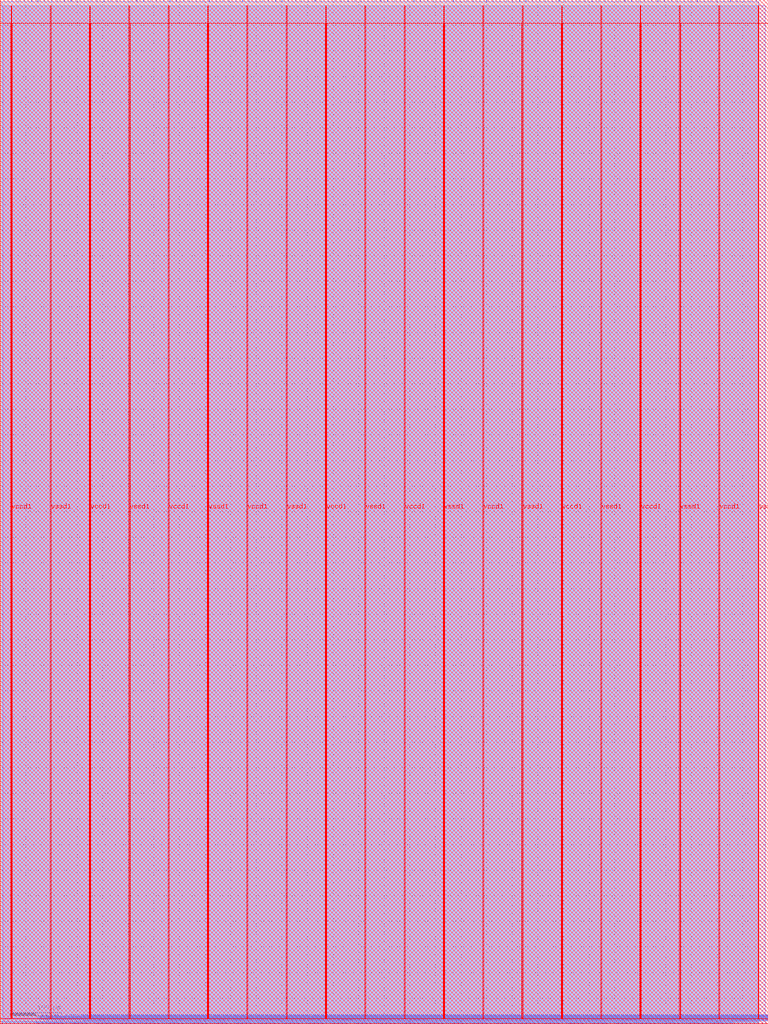
<source format=lef>
VERSION 5.7 ;
  NOWIREEXTENSIONATPIN ON ;
  DIVIDERCHAR "/" ;
  BUSBITCHARS "[]" ;
MACRO trainable_nn
  CLASS BLOCK ;
  FOREIGN trainable_nn ;
  ORIGIN 0.000 0.000 ;
  SIZE 1500.000 BY 2000.000 ;
  PIN io_in[0]
    DIRECTION INPUT ;
    USE SIGNAL ;
    PORT
      LAYER met2 ;
        RECT 22.170 1996.000 22.450 2000.000 ;
    END
  END io_in[0]
  PIN io_in[10]
    DIRECTION INPUT ;
    USE SIGNAL ;
    PORT
      LAYER met2 ;
        RECT 408.570 1996.000 408.850 2000.000 ;
    END
  END io_in[10]
  PIN io_in[11]
    DIRECTION INPUT ;
    USE SIGNAL ;
    PORT
      LAYER met2 ;
        RECT 447.210 1996.000 447.490 2000.000 ;
    END
  END io_in[11]
  PIN io_in[12]
    DIRECTION INPUT ;
    USE SIGNAL ;
    PORT
      LAYER met2 ;
        RECT 485.850 1996.000 486.130 2000.000 ;
    END
  END io_in[12]
  PIN io_in[13]
    DIRECTION INPUT ;
    USE SIGNAL ;
    PORT
      LAYER met2 ;
        RECT 524.490 1996.000 524.770 2000.000 ;
    END
  END io_in[13]
  PIN io_in[14]
    DIRECTION INPUT ;
    USE SIGNAL ;
    PORT
      LAYER met2 ;
        RECT 563.130 1996.000 563.410 2000.000 ;
    END
  END io_in[14]
  PIN io_in[15]
    DIRECTION INPUT ;
    USE SIGNAL ;
    PORT
      LAYER met2 ;
        RECT 601.770 1996.000 602.050 2000.000 ;
    END
  END io_in[15]
  PIN io_in[16]
    DIRECTION INPUT ;
    USE SIGNAL ;
    PORT
      LAYER met2 ;
        RECT 640.410 1996.000 640.690 2000.000 ;
    END
  END io_in[16]
  PIN io_in[17]
    DIRECTION INPUT ;
    USE SIGNAL ;
    PORT
      LAYER met2 ;
        RECT 679.050 1996.000 679.330 2000.000 ;
    END
  END io_in[17]
  PIN io_in[18]
    DIRECTION INPUT ;
    USE SIGNAL ;
    PORT
      LAYER met2 ;
        RECT 717.690 1996.000 717.970 2000.000 ;
    END
  END io_in[18]
  PIN io_in[19]
    DIRECTION INPUT ;
    USE SIGNAL ;
    PORT
      LAYER met2 ;
        RECT 756.330 1996.000 756.610 2000.000 ;
    END
  END io_in[19]
  PIN io_in[1]
    DIRECTION INPUT ;
    USE SIGNAL ;
    PORT
      LAYER met2 ;
        RECT 60.810 1996.000 61.090 2000.000 ;
    END
  END io_in[1]
  PIN io_in[20]
    DIRECTION INPUT ;
    USE SIGNAL ;
    PORT
      LAYER met2 ;
        RECT 794.970 1996.000 795.250 2000.000 ;
    END
  END io_in[20]
  PIN io_in[21]
    DIRECTION INPUT ;
    USE SIGNAL ;
    PORT
      LAYER met2 ;
        RECT 833.610 1996.000 833.890 2000.000 ;
    END
  END io_in[21]
  PIN io_in[22]
    DIRECTION INPUT ;
    USE SIGNAL ;
    PORT
      LAYER met2 ;
        RECT 872.250 1996.000 872.530 2000.000 ;
    END
  END io_in[22]
  PIN io_in[23]
    DIRECTION INPUT ;
    USE SIGNAL ;
    PORT
      LAYER met2 ;
        RECT 910.890 1996.000 911.170 2000.000 ;
    END
  END io_in[23]
  PIN io_in[24]
    DIRECTION INPUT ;
    USE SIGNAL ;
    PORT
      LAYER met2 ;
        RECT 949.530 1996.000 949.810 2000.000 ;
    END
  END io_in[24]
  PIN io_in[25]
    DIRECTION INPUT ;
    USE SIGNAL ;
    PORT
      LAYER met2 ;
        RECT 988.170 1996.000 988.450 2000.000 ;
    END
  END io_in[25]
  PIN io_in[26]
    DIRECTION INPUT ;
    USE SIGNAL ;
    PORT
      LAYER met2 ;
        RECT 1026.810 1996.000 1027.090 2000.000 ;
    END
  END io_in[26]
  PIN io_in[27]
    DIRECTION INPUT ;
    USE SIGNAL ;
    PORT
      LAYER met2 ;
        RECT 1065.450 1996.000 1065.730 2000.000 ;
    END
  END io_in[27]
  PIN io_in[28]
    DIRECTION INPUT ;
    USE SIGNAL ;
    PORT
      LAYER met2 ;
        RECT 1104.090 1996.000 1104.370 2000.000 ;
    END
  END io_in[28]
  PIN io_in[29]
    DIRECTION INPUT ;
    USE SIGNAL ;
    PORT
      LAYER met2 ;
        RECT 1142.730 1996.000 1143.010 2000.000 ;
    END
  END io_in[29]
  PIN io_in[2]
    DIRECTION INPUT ;
    USE SIGNAL ;
    PORT
      LAYER met2 ;
        RECT 99.450 1996.000 99.730 2000.000 ;
    END
  END io_in[2]
  PIN io_in[30]
    DIRECTION INPUT ;
    USE SIGNAL ;
    PORT
      LAYER met2 ;
        RECT 1181.370 1996.000 1181.650 2000.000 ;
    END
  END io_in[30]
  PIN io_in[31]
    DIRECTION INPUT ;
    USE SIGNAL ;
    PORT
      LAYER met2 ;
        RECT 1220.010 1996.000 1220.290 2000.000 ;
    END
  END io_in[31]
  PIN io_in[32]
    DIRECTION INPUT ;
    USE SIGNAL ;
    PORT
      LAYER met2 ;
        RECT 1258.650 1996.000 1258.930 2000.000 ;
    END
  END io_in[32]
  PIN io_in[33]
    DIRECTION INPUT ;
    USE SIGNAL ;
    PORT
      LAYER met2 ;
        RECT 1297.290 1996.000 1297.570 2000.000 ;
    END
  END io_in[33]
  PIN io_in[34]
    DIRECTION INPUT ;
    USE SIGNAL ;
    PORT
      LAYER met2 ;
        RECT 1335.930 1996.000 1336.210 2000.000 ;
    END
  END io_in[34]
  PIN io_in[35]
    DIRECTION INPUT ;
    USE SIGNAL ;
    PORT
      LAYER met2 ;
        RECT 1374.570 1996.000 1374.850 2000.000 ;
    END
  END io_in[35]
  PIN io_in[36]
    DIRECTION INPUT ;
    USE SIGNAL ;
    PORT
      LAYER met2 ;
        RECT 1413.210 1996.000 1413.490 2000.000 ;
    END
  END io_in[36]
  PIN io_in[37]
    DIRECTION INPUT ;
    USE SIGNAL ;
    PORT
      LAYER met2 ;
        RECT 1451.850 1996.000 1452.130 2000.000 ;
    END
  END io_in[37]
  PIN io_in[3]
    DIRECTION INPUT ;
    USE SIGNAL ;
    PORT
      LAYER met2 ;
        RECT 138.090 1996.000 138.370 2000.000 ;
    END
  END io_in[3]
  PIN io_in[4]
    DIRECTION INPUT ;
    USE SIGNAL ;
    PORT
      LAYER met2 ;
        RECT 176.730 1996.000 177.010 2000.000 ;
    END
  END io_in[4]
  PIN io_in[5]
    DIRECTION INPUT ;
    USE SIGNAL ;
    PORT
      LAYER met2 ;
        RECT 215.370 1996.000 215.650 2000.000 ;
    END
  END io_in[5]
  PIN io_in[6]
    DIRECTION INPUT ;
    USE SIGNAL ;
    PORT
      LAYER met2 ;
        RECT 254.010 1996.000 254.290 2000.000 ;
    END
  END io_in[6]
  PIN io_in[7]
    DIRECTION INPUT ;
    USE SIGNAL ;
    PORT
      LAYER met2 ;
        RECT 292.650 1996.000 292.930 2000.000 ;
    END
  END io_in[7]
  PIN io_in[8]
    DIRECTION INPUT ;
    USE SIGNAL ;
    PORT
      LAYER met2 ;
        RECT 331.290 1996.000 331.570 2000.000 ;
    END
  END io_in[8]
  PIN io_in[9]
    DIRECTION INPUT ;
    USE SIGNAL ;
    PORT
      LAYER met2 ;
        RECT 369.930 1996.000 370.210 2000.000 ;
    END
  END io_in[9]
  PIN io_oeb[0]
    DIRECTION OUTPUT TRISTATE ;
    USE SIGNAL ;
    PORT
      LAYER met2 ;
        RECT 35.050 1996.000 35.330 2000.000 ;
    END
  END io_oeb[0]
  PIN io_oeb[10]
    DIRECTION OUTPUT TRISTATE ;
    USE SIGNAL ;
    PORT
      LAYER met2 ;
        RECT 421.450 1996.000 421.730 2000.000 ;
    END
  END io_oeb[10]
  PIN io_oeb[11]
    DIRECTION OUTPUT TRISTATE ;
    USE SIGNAL ;
    PORT
      LAYER met2 ;
        RECT 460.090 1996.000 460.370 2000.000 ;
    END
  END io_oeb[11]
  PIN io_oeb[12]
    DIRECTION OUTPUT TRISTATE ;
    USE SIGNAL ;
    PORT
      LAYER met2 ;
        RECT 498.730 1996.000 499.010 2000.000 ;
    END
  END io_oeb[12]
  PIN io_oeb[13]
    DIRECTION OUTPUT TRISTATE ;
    USE SIGNAL ;
    PORT
      LAYER met2 ;
        RECT 537.370 1996.000 537.650 2000.000 ;
    END
  END io_oeb[13]
  PIN io_oeb[14]
    DIRECTION OUTPUT TRISTATE ;
    USE SIGNAL ;
    PORT
      LAYER met2 ;
        RECT 576.010 1996.000 576.290 2000.000 ;
    END
  END io_oeb[14]
  PIN io_oeb[15]
    DIRECTION OUTPUT TRISTATE ;
    USE SIGNAL ;
    PORT
      LAYER met2 ;
        RECT 614.650 1996.000 614.930 2000.000 ;
    END
  END io_oeb[15]
  PIN io_oeb[16]
    DIRECTION OUTPUT TRISTATE ;
    USE SIGNAL ;
    PORT
      LAYER met2 ;
        RECT 653.290 1996.000 653.570 2000.000 ;
    END
  END io_oeb[16]
  PIN io_oeb[17]
    DIRECTION OUTPUT TRISTATE ;
    USE SIGNAL ;
    PORT
      LAYER met2 ;
        RECT 691.930 1996.000 692.210 2000.000 ;
    END
  END io_oeb[17]
  PIN io_oeb[18]
    DIRECTION OUTPUT TRISTATE ;
    USE SIGNAL ;
    PORT
      LAYER met2 ;
        RECT 730.570 1996.000 730.850 2000.000 ;
    END
  END io_oeb[18]
  PIN io_oeb[19]
    DIRECTION OUTPUT TRISTATE ;
    USE SIGNAL ;
    PORT
      LAYER met2 ;
        RECT 769.210 1996.000 769.490 2000.000 ;
    END
  END io_oeb[19]
  PIN io_oeb[1]
    DIRECTION OUTPUT TRISTATE ;
    USE SIGNAL ;
    PORT
      LAYER met2 ;
        RECT 73.690 1996.000 73.970 2000.000 ;
    END
  END io_oeb[1]
  PIN io_oeb[20]
    DIRECTION OUTPUT TRISTATE ;
    USE SIGNAL ;
    PORT
      LAYER met2 ;
        RECT 807.850 1996.000 808.130 2000.000 ;
    END
  END io_oeb[20]
  PIN io_oeb[21]
    DIRECTION OUTPUT TRISTATE ;
    USE SIGNAL ;
    PORT
      LAYER met2 ;
        RECT 846.490 1996.000 846.770 2000.000 ;
    END
  END io_oeb[21]
  PIN io_oeb[22]
    DIRECTION OUTPUT TRISTATE ;
    USE SIGNAL ;
    PORT
      LAYER met2 ;
        RECT 885.130 1996.000 885.410 2000.000 ;
    END
  END io_oeb[22]
  PIN io_oeb[23]
    DIRECTION OUTPUT TRISTATE ;
    USE SIGNAL ;
    PORT
      LAYER met2 ;
        RECT 923.770 1996.000 924.050 2000.000 ;
    END
  END io_oeb[23]
  PIN io_oeb[24]
    DIRECTION OUTPUT TRISTATE ;
    USE SIGNAL ;
    PORT
      LAYER met2 ;
        RECT 962.410 1996.000 962.690 2000.000 ;
    END
  END io_oeb[24]
  PIN io_oeb[25]
    DIRECTION OUTPUT TRISTATE ;
    USE SIGNAL ;
    PORT
      LAYER met2 ;
        RECT 1001.050 1996.000 1001.330 2000.000 ;
    END
  END io_oeb[25]
  PIN io_oeb[26]
    DIRECTION OUTPUT TRISTATE ;
    USE SIGNAL ;
    PORT
      LAYER met2 ;
        RECT 1039.690 1996.000 1039.970 2000.000 ;
    END
  END io_oeb[26]
  PIN io_oeb[27]
    DIRECTION OUTPUT TRISTATE ;
    USE SIGNAL ;
    PORT
      LAYER met2 ;
        RECT 1078.330 1996.000 1078.610 2000.000 ;
    END
  END io_oeb[27]
  PIN io_oeb[28]
    DIRECTION OUTPUT TRISTATE ;
    USE SIGNAL ;
    PORT
      LAYER met2 ;
        RECT 1116.970 1996.000 1117.250 2000.000 ;
    END
  END io_oeb[28]
  PIN io_oeb[29]
    DIRECTION OUTPUT TRISTATE ;
    USE SIGNAL ;
    PORT
      LAYER met2 ;
        RECT 1155.610 1996.000 1155.890 2000.000 ;
    END
  END io_oeb[29]
  PIN io_oeb[2]
    DIRECTION OUTPUT TRISTATE ;
    USE SIGNAL ;
    PORT
      LAYER met2 ;
        RECT 112.330 1996.000 112.610 2000.000 ;
    END
  END io_oeb[2]
  PIN io_oeb[30]
    DIRECTION OUTPUT TRISTATE ;
    USE SIGNAL ;
    PORT
      LAYER met2 ;
        RECT 1194.250 1996.000 1194.530 2000.000 ;
    END
  END io_oeb[30]
  PIN io_oeb[31]
    DIRECTION OUTPUT TRISTATE ;
    USE SIGNAL ;
    PORT
      LAYER met2 ;
        RECT 1232.890 1996.000 1233.170 2000.000 ;
    END
  END io_oeb[31]
  PIN io_oeb[32]
    DIRECTION OUTPUT TRISTATE ;
    USE SIGNAL ;
    PORT
      LAYER met2 ;
        RECT 1271.530 1996.000 1271.810 2000.000 ;
    END
  END io_oeb[32]
  PIN io_oeb[33]
    DIRECTION OUTPUT TRISTATE ;
    USE SIGNAL ;
    PORT
      LAYER met2 ;
        RECT 1310.170 1996.000 1310.450 2000.000 ;
    END
  END io_oeb[33]
  PIN io_oeb[34]
    DIRECTION OUTPUT TRISTATE ;
    USE SIGNAL ;
    PORT
      LAYER met2 ;
        RECT 1348.810 1996.000 1349.090 2000.000 ;
    END
  END io_oeb[34]
  PIN io_oeb[35]
    DIRECTION OUTPUT TRISTATE ;
    USE SIGNAL ;
    PORT
      LAYER met2 ;
        RECT 1387.450 1996.000 1387.730 2000.000 ;
    END
  END io_oeb[35]
  PIN io_oeb[36]
    DIRECTION OUTPUT TRISTATE ;
    USE SIGNAL ;
    PORT
      LAYER met2 ;
        RECT 1426.090 1996.000 1426.370 2000.000 ;
    END
  END io_oeb[36]
  PIN io_oeb[37]
    DIRECTION OUTPUT TRISTATE ;
    USE SIGNAL ;
    PORT
      LAYER met2 ;
        RECT 1464.730 1996.000 1465.010 2000.000 ;
    END
  END io_oeb[37]
  PIN io_oeb[3]
    DIRECTION OUTPUT TRISTATE ;
    USE SIGNAL ;
    PORT
      LAYER met2 ;
        RECT 150.970 1996.000 151.250 2000.000 ;
    END
  END io_oeb[3]
  PIN io_oeb[4]
    DIRECTION OUTPUT TRISTATE ;
    USE SIGNAL ;
    PORT
      LAYER met2 ;
        RECT 189.610 1996.000 189.890 2000.000 ;
    END
  END io_oeb[4]
  PIN io_oeb[5]
    DIRECTION OUTPUT TRISTATE ;
    USE SIGNAL ;
    PORT
      LAYER met2 ;
        RECT 228.250 1996.000 228.530 2000.000 ;
    END
  END io_oeb[5]
  PIN io_oeb[6]
    DIRECTION OUTPUT TRISTATE ;
    USE SIGNAL ;
    PORT
      LAYER met2 ;
        RECT 266.890 1996.000 267.170 2000.000 ;
    END
  END io_oeb[6]
  PIN io_oeb[7]
    DIRECTION OUTPUT TRISTATE ;
    USE SIGNAL ;
    PORT
      LAYER met2 ;
        RECT 305.530 1996.000 305.810 2000.000 ;
    END
  END io_oeb[7]
  PIN io_oeb[8]
    DIRECTION OUTPUT TRISTATE ;
    USE SIGNAL ;
    PORT
      LAYER met2 ;
        RECT 344.170 1996.000 344.450 2000.000 ;
    END
  END io_oeb[8]
  PIN io_oeb[9]
    DIRECTION OUTPUT TRISTATE ;
    USE SIGNAL ;
    PORT
      LAYER met2 ;
        RECT 382.810 1996.000 383.090 2000.000 ;
    END
  END io_oeb[9]
  PIN io_out[0]
    DIRECTION OUTPUT TRISTATE ;
    USE SIGNAL ;
    PORT
      LAYER met2 ;
        RECT 47.930 1996.000 48.210 2000.000 ;
    END
  END io_out[0]
  PIN io_out[10]
    DIRECTION OUTPUT TRISTATE ;
    USE SIGNAL ;
    PORT
      LAYER met2 ;
        RECT 434.330 1996.000 434.610 2000.000 ;
    END
  END io_out[10]
  PIN io_out[11]
    DIRECTION OUTPUT TRISTATE ;
    USE SIGNAL ;
    PORT
      LAYER met2 ;
        RECT 472.970 1996.000 473.250 2000.000 ;
    END
  END io_out[11]
  PIN io_out[12]
    DIRECTION OUTPUT TRISTATE ;
    USE SIGNAL ;
    PORT
      LAYER met2 ;
        RECT 511.610 1996.000 511.890 2000.000 ;
    END
  END io_out[12]
  PIN io_out[13]
    DIRECTION OUTPUT TRISTATE ;
    USE SIGNAL ;
    PORT
      LAYER met2 ;
        RECT 550.250 1996.000 550.530 2000.000 ;
    END
  END io_out[13]
  PIN io_out[14]
    DIRECTION OUTPUT TRISTATE ;
    USE SIGNAL ;
    PORT
      LAYER met2 ;
        RECT 588.890 1996.000 589.170 2000.000 ;
    END
  END io_out[14]
  PIN io_out[15]
    DIRECTION OUTPUT TRISTATE ;
    USE SIGNAL ;
    PORT
      LAYER met2 ;
        RECT 627.530 1996.000 627.810 2000.000 ;
    END
  END io_out[15]
  PIN io_out[16]
    DIRECTION OUTPUT TRISTATE ;
    USE SIGNAL ;
    PORT
      LAYER met2 ;
        RECT 666.170 1996.000 666.450 2000.000 ;
    END
  END io_out[16]
  PIN io_out[17]
    DIRECTION OUTPUT TRISTATE ;
    USE SIGNAL ;
    PORT
      LAYER met2 ;
        RECT 704.810 1996.000 705.090 2000.000 ;
    END
  END io_out[17]
  PIN io_out[18]
    DIRECTION OUTPUT TRISTATE ;
    USE SIGNAL ;
    PORT
      LAYER met2 ;
        RECT 743.450 1996.000 743.730 2000.000 ;
    END
  END io_out[18]
  PIN io_out[19]
    DIRECTION OUTPUT TRISTATE ;
    USE SIGNAL ;
    PORT
      LAYER met2 ;
        RECT 782.090 1996.000 782.370 2000.000 ;
    END
  END io_out[19]
  PIN io_out[1]
    DIRECTION OUTPUT TRISTATE ;
    USE SIGNAL ;
    PORT
      LAYER met2 ;
        RECT 86.570 1996.000 86.850 2000.000 ;
    END
  END io_out[1]
  PIN io_out[20]
    DIRECTION OUTPUT TRISTATE ;
    USE SIGNAL ;
    PORT
      LAYER met2 ;
        RECT 820.730 1996.000 821.010 2000.000 ;
    END
  END io_out[20]
  PIN io_out[21]
    DIRECTION OUTPUT TRISTATE ;
    USE SIGNAL ;
    PORT
      LAYER met2 ;
        RECT 859.370 1996.000 859.650 2000.000 ;
    END
  END io_out[21]
  PIN io_out[22]
    DIRECTION OUTPUT TRISTATE ;
    USE SIGNAL ;
    PORT
      LAYER met2 ;
        RECT 898.010 1996.000 898.290 2000.000 ;
    END
  END io_out[22]
  PIN io_out[23]
    DIRECTION OUTPUT TRISTATE ;
    USE SIGNAL ;
    PORT
      LAYER met2 ;
        RECT 936.650 1996.000 936.930 2000.000 ;
    END
  END io_out[23]
  PIN io_out[24]
    DIRECTION OUTPUT TRISTATE ;
    USE SIGNAL ;
    PORT
      LAYER met2 ;
        RECT 975.290 1996.000 975.570 2000.000 ;
    END
  END io_out[24]
  PIN io_out[25]
    DIRECTION OUTPUT TRISTATE ;
    USE SIGNAL ;
    PORT
      LAYER met2 ;
        RECT 1013.930 1996.000 1014.210 2000.000 ;
    END
  END io_out[25]
  PIN io_out[26]
    DIRECTION OUTPUT TRISTATE ;
    USE SIGNAL ;
    PORT
      LAYER met2 ;
        RECT 1052.570 1996.000 1052.850 2000.000 ;
    END
  END io_out[26]
  PIN io_out[27]
    DIRECTION OUTPUT TRISTATE ;
    USE SIGNAL ;
    PORT
      LAYER met2 ;
        RECT 1091.210 1996.000 1091.490 2000.000 ;
    END
  END io_out[27]
  PIN io_out[28]
    DIRECTION OUTPUT TRISTATE ;
    USE SIGNAL ;
    PORT
      LAYER met2 ;
        RECT 1129.850 1996.000 1130.130 2000.000 ;
    END
  END io_out[28]
  PIN io_out[29]
    DIRECTION OUTPUT TRISTATE ;
    USE SIGNAL ;
    PORT
      LAYER met2 ;
        RECT 1168.490 1996.000 1168.770 2000.000 ;
    END
  END io_out[29]
  PIN io_out[2]
    DIRECTION OUTPUT TRISTATE ;
    USE SIGNAL ;
    PORT
      LAYER met2 ;
        RECT 125.210 1996.000 125.490 2000.000 ;
    END
  END io_out[2]
  PIN io_out[30]
    DIRECTION OUTPUT TRISTATE ;
    USE SIGNAL ;
    PORT
      LAYER met2 ;
        RECT 1207.130 1996.000 1207.410 2000.000 ;
    END
  END io_out[30]
  PIN io_out[31]
    DIRECTION OUTPUT TRISTATE ;
    USE SIGNAL ;
    PORT
      LAYER met2 ;
        RECT 1245.770 1996.000 1246.050 2000.000 ;
    END
  END io_out[31]
  PIN io_out[32]
    DIRECTION OUTPUT TRISTATE ;
    USE SIGNAL ;
    PORT
      LAYER met2 ;
        RECT 1284.410 1996.000 1284.690 2000.000 ;
    END
  END io_out[32]
  PIN io_out[33]
    DIRECTION OUTPUT TRISTATE ;
    USE SIGNAL ;
    PORT
      LAYER met2 ;
        RECT 1323.050 1996.000 1323.330 2000.000 ;
    END
  END io_out[33]
  PIN io_out[34]
    DIRECTION OUTPUT TRISTATE ;
    USE SIGNAL ;
    PORT
      LAYER met2 ;
        RECT 1361.690 1996.000 1361.970 2000.000 ;
    END
  END io_out[34]
  PIN io_out[35]
    DIRECTION OUTPUT TRISTATE ;
    USE SIGNAL ;
    PORT
      LAYER met2 ;
        RECT 1400.330 1996.000 1400.610 2000.000 ;
    END
  END io_out[35]
  PIN io_out[36]
    DIRECTION OUTPUT TRISTATE ;
    USE SIGNAL ;
    PORT
      LAYER met2 ;
        RECT 1438.970 1996.000 1439.250 2000.000 ;
    END
  END io_out[36]
  PIN io_out[37]
    DIRECTION OUTPUT TRISTATE ;
    USE SIGNAL ;
    PORT
      LAYER met2 ;
        RECT 1477.610 1996.000 1477.890 2000.000 ;
    END
  END io_out[37]
  PIN io_out[3]
    DIRECTION OUTPUT TRISTATE ;
    USE SIGNAL ;
    PORT
      LAYER met2 ;
        RECT 163.850 1996.000 164.130 2000.000 ;
    END
  END io_out[3]
  PIN io_out[4]
    DIRECTION OUTPUT TRISTATE ;
    USE SIGNAL ;
    PORT
      LAYER met2 ;
        RECT 202.490 1996.000 202.770 2000.000 ;
    END
  END io_out[4]
  PIN io_out[5]
    DIRECTION OUTPUT TRISTATE ;
    USE SIGNAL ;
    PORT
      LAYER met2 ;
        RECT 241.130 1996.000 241.410 2000.000 ;
    END
  END io_out[5]
  PIN io_out[6]
    DIRECTION OUTPUT TRISTATE ;
    USE SIGNAL ;
    PORT
      LAYER met2 ;
        RECT 279.770 1996.000 280.050 2000.000 ;
    END
  END io_out[6]
  PIN io_out[7]
    DIRECTION OUTPUT TRISTATE ;
    USE SIGNAL ;
    PORT
      LAYER met2 ;
        RECT 318.410 1996.000 318.690 2000.000 ;
    END
  END io_out[7]
  PIN io_out[8]
    DIRECTION OUTPUT TRISTATE ;
    USE SIGNAL ;
    PORT
      LAYER met2 ;
        RECT 357.050 1996.000 357.330 2000.000 ;
    END
  END io_out[8]
  PIN io_out[9]
    DIRECTION OUTPUT TRISTATE ;
    USE SIGNAL ;
    PORT
      LAYER met2 ;
        RECT 395.690 1996.000 395.970 2000.000 ;
    END
  END io_out[9]
  PIN irq[0]
    DIRECTION OUTPUT TRISTATE ;
    USE SIGNAL ;
    PORT
      LAYER met2 ;
        RECT 1423.330 0.000 1423.610 4.000 ;
    END
  END irq[0]
  PIN irq[1]
    DIRECTION OUTPUT TRISTATE ;
    USE SIGNAL ;
    PORT
      LAYER met2 ;
        RECT 1426.090 0.000 1426.370 4.000 ;
    END
  END irq[1]
  PIN irq[2]
    DIRECTION OUTPUT TRISTATE ;
    USE SIGNAL ;
    PORT
      LAYER met2 ;
        RECT 1428.850 0.000 1429.130 4.000 ;
    END
  END irq[2]
  PIN la_data_in[0]
    DIRECTION INPUT ;
    USE SIGNAL ;
    PORT
      LAYER met2 ;
        RECT 363.490 0.000 363.770 4.000 ;
    END
  END la_data_in[0]
  PIN la_data_in[100]
    DIRECTION INPUT ;
    USE SIGNAL ;
    PORT
      LAYER met2 ;
        RECT 1191.490 0.000 1191.770 4.000 ;
    END
  END la_data_in[100]
  PIN la_data_in[101]
    DIRECTION INPUT ;
    USE SIGNAL ;
    PORT
      LAYER met2 ;
        RECT 1199.770 0.000 1200.050 4.000 ;
    END
  END la_data_in[101]
  PIN la_data_in[102]
    DIRECTION INPUT ;
    USE SIGNAL ;
    PORT
      LAYER met2 ;
        RECT 1208.050 0.000 1208.330 4.000 ;
    END
  END la_data_in[102]
  PIN la_data_in[103]
    DIRECTION INPUT ;
    USE SIGNAL ;
    PORT
      LAYER met2 ;
        RECT 1216.330 0.000 1216.610 4.000 ;
    END
  END la_data_in[103]
  PIN la_data_in[104]
    DIRECTION INPUT ;
    USE SIGNAL ;
    PORT
      LAYER met2 ;
        RECT 1224.610 0.000 1224.890 4.000 ;
    END
  END la_data_in[104]
  PIN la_data_in[105]
    DIRECTION INPUT ;
    USE SIGNAL ;
    PORT
      LAYER met2 ;
        RECT 1232.890 0.000 1233.170 4.000 ;
    END
  END la_data_in[105]
  PIN la_data_in[106]
    DIRECTION INPUT ;
    USE SIGNAL ;
    PORT
      LAYER met2 ;
        RECT 1241.170 0.000 1241.450 4.000 ;
    END
  END la_data_in[106]
  PIN la_data_in[107]
    DIRECTION INPUT ;
    USE SIGNAL ;
    PORT
      LAYER met2 ;
        RECT 1249.450 0.000 1249.730 4.000 ;
    END
  END la_data_in[107]
  PIN la_data_in[108]
    DIRECTION INPUT ;
    USE SIGNAL ;
    PORT
      LAYER met2 ;
        RECT 1257.730 0.000 1258.010 4.000 ;
    END
  END la_data_in[108]
  PIN la_data_in[109]
    DIRECTION INPUT ;
    USE SIGNAL ;
    PORT
      LAYER met2 ;
        RECT 1266.010 0.000 1266.290 4.000 ;
    END
  END la_data_in[109]
  PIN la_data_in[10]
    DIRECTION INPUT ;
    USE SIGNAL ;
    PORT
      LAYER met2 ;
        RECT 446.290 0.000 446.570 4.000 ;
    END
  END la_data_in[10]
  PIN la_data_in[110]
    DIRECTION INPUT ;
    USE SIGNAL ;
    PORT
      LAYER met2 ;
        RECT 1274.290 0.000 1274.570 4.000 ;
    END
  END la_data_in[110]
  PIN la_data_in[111]
    DIRECTION INPUT ;
    USE SIGNAL ;
    PORT
      LAYER met2 ;
        RECT 1282.570 0.000 1282.850 4.000 ;
    END
  END la_data_in[111]
  PIN la_data_in[112]
    DIRECTION INPUT ;
    USE SIGNAL ;
    PORT
      LAYER met2 ;
        RECT 1290.850 0.000 1291.130 4.000 ;
    END
  END la_data_in[112]
  PIN la_data_in[113]
    DIRECTION INPUT ;
    USE SIGNAL ;
    PORT
      LAYER met2 ;
        RECT 1299.130 0.000 1299.410 4.000 ;
    END
  END la_data_in[113]
  PIN la_data_in[114]
    DIRECTION INPUT ;
    USE SIGNAL ;
    PORT
      LAYER met2 ;
        RECT 1307.410 0.000 1307.690 4.000 ;
    END
  END la_data_in[114]
  PIN la_data_in[115]
    DIRECTION INPUT ;
    USE SIGNAL ;
    PORT
      LAYER met2 ;
        RECT 1315.690 0.000 1315.970 4.000 ;
    END
  END la_data_in[115]
  PIN la_data_in[116]
    DIRECTION INPUT ;
    USE SIGNAL ;
    PORT
      LAYER met2 ;
        RECT 1323.970 0.000 1324.250 4.000 ;
    END
  END la_data_in[116]
  PIN la_data_in[117]
    DIRECTION INPUT ;
    USE SIGNAL ;
    PORT
      LAYER met2 ;
        RECT 1332.250 0.000 1332.530 4.000 ;
    END
  END la_data_in[117]
  PIN la_data_in[118]
    DIRECTION INPUT ;
    USE SIGNAL ;
    PORT
      LAYER met2 ;
        RECT 1340.530 0.000 1340.810 4.000 ;
    END
  END la_data_in[118]
  PIN la_data_in[119]
    DIRECTION INPUT ;
    USE SIGNAL ;
    PORT
      LAYER met2 ;
        RECT 1348.810 0.000 1349.090 4.000 ;
    END
  END la_data_in[119]
  PIN la_data_in[11]
    DIRECTION INPUT ;
    USE SIGNAL ;
    PORT
      LAYER met2 ;
        RECT 454.570 0.000 454.850 4.000 ;
    END
  END la_data_in[11]
  PIN la_data_in[120]
    DIRECTION INPUT ;
    USE SIGNAL ;
    PORT
      LAYER met2 ;
        RECT 1357.090 0.000 1357.370 4.000 ;
    END
  END la_data_in[120]
  PIN la_data_in[121]
    DIRECTION INPUT ;
    USE SIGNAL ;
    PORT
      LAYER met2 ;
        RECT 1365.370 0.000 1365.650 4.000 ;
    END
  END la_data_in[121]
  PIN la_data_in[122]
    DIRECTION INPUT ;
    USE SIGNAL ;
    PORT
      LAYER met2 ;
        RECT 1373.650 0.000 1373.930 4.000 ;
    END
  END la_data_in[122]
  PIN la_data_in[123]
    DIRECTION INPUT ;
    USE SIGNAL ;
    PORT
      LAYER met2 ;
        RECT 1381.930 0.000 1382.210 4.000 ;
    END
  END la_data_in[123]
  PIN la_data_in[124]
    DIRECTION INPUT ;
    USE SIGNAL ;
    PORT
      LAYER met2 ;
        RECT 1390.210 0.000 1390.490 4.000 ;
    END
  END la_data_in[124]
  PIN la_data_in[125]
    DIRECTION INPUT ;
    USE SIGNAL ;
    PORT
      LAYER met2 ;
        RECT 1398.490 0.000 1398.770 4.000 ;
    END
  END la_data_in[125]
  PIN la_data_in[126]
    DIRECTION INPUT ;
    USE SIGNAL ;
    PORT
      LAYER met2 ;
        RECT 1406.770 0.000 1407.050 4.000 ;
    END
  END la_data_in[126]
  PIN la_data_in[127]
    DIRECTION INPUT ;
    USE SIGNAL ;
    PORT
      LAYER met2 ;
        RECT 1415.050 0.000 1415.330 4.000 ;
    END
  END la_data_in[127]
  PIN la_data_in[12]
    DIRECTION INPUT ;
    USE SIGNAL ;
    PORT
      LAYER met2 ;
        RECT 462.850 0.000 463.130 4.000 ;
    END
  END la_data_in[12]
  PIN la_data_in[13]
    DIRECTION INPUT ;
    USE SIGNAL ;
    PORT
      LAYER met2 ;
        RECT 471.130 0.000 471.410 4.000 ;
    END
  END la_data_in[13]
  PIN la_data_in[14]
    DIRECTION INPUT ;
    USE SIGNAL ;
    PORT
      LAYER met2 ;
        RECT 479.410 0.000 479.690 4.000 ;
    END
  END la_data_in[14]
  PIN la_data_in[15]
    DIRECTION INPUT ;
    USE SIGNAL ;
    PORT
      LAYER met2 ;
        RECT 487.690 0.000 487.970 4.000 ;
    END
  END la_data_in[15]
  PIN la_data_in[16]
    DIRECTION INPUT ;
    USE SIGNAL ;
    PORT
      LAYER met2 ;
        RECT 495.970 0.000 496.250 4.000 ;
    END
  END la_data_in[16]
  PIN la_data_in[17]
    DIRECTION INPUT ;
    USE SIGNAL ;
    PORT
      LAYER met2 ;
        RECT 504.250 0.000 504.530 4.000 ;
    END
  END la_data_in[17]
  PIN la_data_in[18]
    DIRECTION INPUT ;
    USE SIGNAL ;
    PORT
      LAYER met2 ;
        RECT 512.530 0.000 512.810 4.000 ;
    END
  END la_data_in[18]
  PIN la_data_in[19]
    DIRECTION INPUT ;
    USE SIGNAL ;
    PORT
      LAYER met2 ;
        RECT 520.810 0.000 521.090 4.000 ;
    END
  END la_data_in[19]
  PIN la_data_in[1]
    DIRECTION INPUT ;
    USE SIGNAL ;
    PORT
      LAYER met2 ;
        RECT 371.770 0.000 372.050 4.000 ;
    END
  END la_data_in[1]
  PIN la_data_in[20]
    DIRECTION INPUT ;
    USE SIGNAL ;
    PORT
      LAYER met2 ;
        RECT 529.090 0.000 529.370 4.000 ;
    END
  END la_data_in[20]
  PIN la_data_in[21]
    DIRECTION INPUT ;
    USE SIGNAL ;
    PORT
      LAYER met2 ;
        RECT 537.370 0.000 537.650 4.000 ;
    END
  END la_data_in[21]
  PIN la_data_in[22]
    DIRECTION INPUT ;
    USE SIGNAL ;
    PORT
      LAYER met2 ;
        RECT 545.650 0.000 545.930 4.000 ;
    END
  END la_data_in[22]
  PIN la_data_in[23]
    DIRECTION INPUT ;
    USE SIGNAL ;
    PORT
      LAYER met2 ;
        RECT 553.930 0.000 554.210 4.000 ;
    END
  END la_data_in[23]
  PIN la_data_in[24]
    DIRECTION INPUT ;
    USE SIGNAL ;
    PORT
      LAYER met2 ;
        RECT 562.210 0.000 562.490 4.000 ;
    END
  END la_data_in[24]
  PIN la_data_in[25]
    DIRECTION INPUT ;
    USE SIGNAL ;
    PORT
      LAYER met2 ;
        RECT 570.490 0.000 570.770 4.000 ;
    END
  END la_data_in[25]
  PIN la_data_in[26]
    DIRECTION INPUT ;
    USE SIGNAL ;
    PORT
      LAYER met2 ;
        RECT 578.770 0.000 579.050 4.000 ;
    END
  END la_data_in[26]
  PIN la_data_in[27]
    DIRECTION INPUT ;
    USE SIGNAL ;
    PORT
      LAYER met2 ;
        RECT 587.050 0.000 587.330 4.000 ;
    END
  END la_data_in[27]
  PIN la_data_in[28]
    DIRECTION INPUT ;
    USE SIGNAL ;
    PORT
      LAYER met2 ;
        RECT 595.330 0.000 595.610 4.000 ;
    END
  END la_data_in[28]
  PIN la_data_in[29]
    DIRECTION INPUT ;
    USE SIGNAL ;
    PORT
      LAYER met2 ;
        RECT 603.610 0.000 603.890 4.000 ;
    END
  END la_data_in[29]
  PIN la_data_in[2]
    DIRECTION INPUT ;
    USE SIGNAL ;
    PORT
      LAYER met2 ;
        RECT 380.050 0.000 380.330 4.000 ;
    END
  END la_data_in[2]
  PIN la_data_in[30]
    DIRECTION INPUT ;
    USE SIGNAL ;
    PORT
      LAYER met2 ;
        RECT 611.890 0.000 612.170 4.000 ;
    END
  END la_data_in[30]
  PIN la_data_in[31]
    DIRECTION INPUT ;
    USE SIGNAL ;
    PORT
      LAYER met2 ;
        RECT 620.170 0.000 620.450 4.000 ;
    END
  END la_data_in[31]
  PIN la_data_in[32]
    DIRECTION INPUT ;
    USE SIGNAL ;
    PORT
      LAYER met2 ;
        RECT 628.450 0.000 628.730 4.000 ;
    END
  END la_data_in[32]
  PIN la_data_in[33]
    DIRECTION INPUT ;
    USE SIGNAL ;
    PORT
      LAYER met2 ;
        RECT 636.730 0.000 637.010 4.000 ;
    END
  END la_data_in[33]
  PIN la_data_in[34]
    DIRECTION INPUT ;
    USE SIGNAL ;
    PORT
      LAYER met2 ;
        RECT 645.010 0.000 645.290 4.000 ;
    END
  END la_data_in[34]
  PIN la_data_in[35]
    DIRECTION INPUT ;
    USE SIGNAL ;
    PORT
      LAYER met2 ;
        RECT 653.290 0.000 653.570 4.000 ;
    END
  END la_data_in[35]
  PIN la_data_in[36]
    DIRECTION INPUT ;
    USE SIGNAL ;
    PORT
      LAYER met2 ;
        RECT 661.570 0.000 661.850 4.000 ;
    END
  END la_data_in[36]
  PIN la_data_in[37]
    DIRECTION INPUT ;
    USE SIGNAL ;
    PORT
      LAYER met2 ;
        RECT 669.850 0.000 670.130 4.000 ;
    END
  END la_data_in[37]
  PIN la_data_in[38]
    DIRECTION INPUT ;
    USE SIGNAL ;
    PORT
      LAYER met2 ;
        RECT 678.130 0.000 678.410 4.000 ;
    END
  END la_data_in[38]
  PIN la_data_in[39]
    DIRECTION INPUT ;
    USE SIGNAL ;
    PORT
      LAYER met2 ;
        RECT 686.410 0.000 686.690 4.000 ;
    END
  END la_data_in[39]
  PIN la_data_in[3]
    DIRECTION INPUT ;
    USE SIGNAL ;
    PORT
      LAYER met2 ;
        RECT 388.330 0.000 388.610 4.000 ;
    END
  END la_data_in[3]
  PIN la_data_in[40]
    DIRECTION INPUT ;
    USE SIGNAL ;
    PORT
      LAYER met2 ;
        RECT 694.690 0.000 694.970 4.000 ;
    END
  END la_data_in[40]
  PIN la_data_in[41]
    DIRECTION INPUT ;
    USE SIGNAL ;
    PORT
      LAYER met2 ;
        RECT 702.970 0.000 703.250 4.000 ;
    END
  END la_data_in[41]
  PIN la_data_in[42]
    DIRECTION INPUT ;
    USE SIGNAL ;
    PORT
      LAYER met2 ;
        RECT 711.250 0.000 711.530 4.000 ;
    END
  END la_data_in[42]
  PIN la_data_in[43]
    DIRECTION INPUT ;
    USE SIGNAL ;
    PORT
      LAYER met2 ;
        RECT 719.530 0.000 719.810 4.000 ;
    END
  END la_data_in[43]
  PIN la_data_in[44]
    DIRECTION INPUT ;
    USE SIGNAL ;
    PORT
      LAYER met2 ;
        RECT 727.810 0.000 728.090 4.000 ;
    END
  END la_data_in[44]
  PIN la_data_in[45]
    DIRECTION INPUT ;
    USE SIGNAL ;
    PORT
      LAYER met2 ;
        RECT 736.090 0.000 736.370 4.000 ;
    END
  END la_data_in[45]
  PIN la_data_in[46]
    DIRECTION INPUT ;
    USE SIGNAL ;
    PORT
      LAYER met2 ;
        RECT 744.370 0.000 744.650 4.000 ;
    END
  END la_data_in[46]
  PIN la_data_in[47]
    DIRECTION INPUT ;
    USE SIGNAL ;
    PORT
      LAYER met2 ;
        RECT 752.650 0.000 752.930 4.000 ;
    END
  END la_data_in[47]
  PIN la_data_in[48]
    DIRECTION INPUT ;
    USE SIGNAL ;
    PORT
      LAYER met2 ;
        RECT 760.930 0.000 761.210 4.000 ;
    END
  END la_data_in[48]
  PIN la_data_in[49]
    DIRECTION INPUT ;
    USE SIGNAL ;
    PORT
      LAYER met2 ;
        RECT 769.210 0.000 769.490 4.000 ;
    END
  END la_data_in[49]
  PIN la_data_in[4]
    DIRECTION INPUT ;
    USE SIGNAL ;
    PORT
      LAYER met2 ;
        RECT 396.610 0.000 396.890 4.000 ;
    END
  END la_data_in[4]
  PIN la_data_in[50]
    DIRECTION INPUT ;
    USE SIGNAL ;
    PORT
      LAYER met2 ;
        RECT 777.490 0.000 777.770 4.000 ;
    END
  END la_data_in[50]
  PIN la_data_in[51]
    DIRECTION INPUT ;
    USE SIGNAL ;
    PORT
      LAYER met2 ;
        RECT 785.770 0.000 786.050 4.000 ;
    END
  END la_data_in[51]
  PIN la_data_in[52]
    DIRECTION INPUT ;
    USE SIGNAL ;
    PORT
      LAYER met2 ;
        RECT 794.050 0.000 794.330 4.000 ;
    END
  END la_data_in[52]
  PIN la_data_in[53]
    DIRECTION INPUT ;
    USE SIGNAL ;
    PORT
      LAYER met2 ;
        RECT 802.330 0.000 802.610 4.000 ;
    END
  END la_data_in[53]
  PIN la_data_in[54]
    DIRECTION INPUT ;
    USE SIGNAL ;
    PORT
      LAYER met2 ;
        RECT 810.610 0.000 810.890 4.000 ;
    END
  END la_data_in[54]
  PIN la_data_in[55]
    DIRECTION INPUT ;
    USE SIGNAL ;
    PORT
      LAYER met2 ;
        RECT 818.890 0.000 819.170 4.000 ;
    END
  END la_data_in[55]
  PIN la_data_in[56]
    DIRECTION INPUT ;
    USE SIGNAL ;
    PORT
      LAYER met2 ;
        RECT 827.170 0.000 827.450 4.000 ;
    END
  END la_data_in[56]
  PIN la_data_in[57]
    DIRECTION INPUT ;
    USE SIGNAL ;
    PORT
      LAYER met2 ;
        RECT 835.450 0.000 835.730 4.000 ;
    END
  END la_data_in[57]
  PIN la_data_in[58]
    DIRECTION INPUT ;
    USE SIGNAL ;
    PORT
      LAYER met2 ;
        RECT 843.730 0.000 844.010 4.000 ;
    END
  END la_data_in[58]
  PIN la_data_in[59]
    DIRECTION INPUT ;
    USE SIGNAL ;
    PORT
      LAYER met2 ;
        RECT 852.010 0.000 852.290 4.000 ;
    END
  END la_data_in[59]
  PIN la_data_in[5]
    DIRECTION INPUT ;
    USE SIGNAL ;
    PORT
      LAYER met2 ;
        RECT 404.890 0.000 405.170 4.000 ;
    END
  END la_data_in[5]
  PIN la_data_in[60]
    DIRECTION INPUT ;
    USE SIGNAL ;
    PORT
      LAYER met2 ;
        RECT 860.290 0.000 860.570 4.000 ;
    END
  END la_data_in[60]
  PIN la_data_in[61]
    DIRECTION INPUT ;
    USE SIGNAL ;
    PORT
      LAYER met2 ;
        RECT 868.570 0.000 868.850 4.000 ;
    END
  END la_data_in[61]
  PIN la_data_in[62]
    DIRECTION INPUT ;
    USE SIGNAL ;
    PORT
      LAYER met2 ;
        RECT 876.850 0.000 877.130 4.000 ;
    END
  END la_data_in[62]
  PIN la_data_in[63]
    DIRECTION INPUT ;
    USE SIGNAL ;
    PORT
      LAYER met2 ;
        RECT 885.130 0.000 885.410 4.000 ;
    END
  END la_data_in[63]
  PIN la_data_in[64]
    DIRECTION INPUT ;
    USE SIGNAL ;
    PORT
      LAYER met2 ;
        RECT 893.410 0.000 893.690 4.000 ;
    END
  END la_data_in[64]
  PIN la_data_in[65]
    DIRECTION INPUT ;
    USE SIGNAL ;
    PORT
      LAYER met2 ;
        RECT 901.690 0.000 901.970 4.000 ;
    END
  END la_data_in[65]
  PIN la_data_in[66]
    DIRECTION INPUT ;
    USE SIGNAL ;
    PORT
      LAYER met2 ;
        RECT 909.970 0.000 910.250 4.000 ;
    END
  END la_data_in[66]
  PIN la_data_in[67]
    DIRECTION INPUT ;
    USE SIGNAL ;
    PORT
      LAYER met2 ;
        RECT 918.250 0.000 918.530 4.000 ;
    END
  END la_data_in[67]
  PIN la_data_in[68]
    DIRECTION INPUT ;
    USE SIGNAL ;
    PORT
      LAYER met2 ;
        RECT 926.530 0.000 926.810 4.000 ;
    END
  END la_data_in[68]
  PIN la_data_in[69]
    DIRECTION INPUT ;
    USE SIGNAL ;
    PORT
      LAYER met2 ;
        RECT 934.810 0.000 935.090 4.000 ;
    END
  END la_data_in[69]
  PIN la_data_in[6]
    DIRECTION INPUT ;
    USE SIGNAL ;
    PORT
      LAYER met2 ;
        RECT 413.170 0.000 413.450 4.000 ;
    END
  END la_data_in[6]
  PIN la_data_in[70]
    DIRECTION INPUT ;
    USE SIGNAL ;
    PORT
      LAYER met2 ;
        RECT 943.090 0.000 943.370 4.000 ;
    END
  END la_data_in[70]
  PIN la_data_in[71]
    DIRECTION INPUT ;
    USE SIGNAL ;
    PORT
      LAYER met2 ;
        RECT 951.370 0.000 951.650 4.000 ;
    END
  END la_data_in[71]
  PIN la_data_in[72]
    DIRECTION INPUT ;
    USE SIGNAL ;
    PORT
      LAYER met2 ;
        RECT 959.650 0.000 959.930 4.000 ;
    END
  END la_data_in[72]
  PIN la_data_in[73]
    DIRECTION INPUT ;
    USE SIGNAL ;
    PORT
      LAYER met2 ;
        RECT 967.930 0.000 968.210 4.000 ;
    END
  END la_data_in[73]
  PIN la_data_in[74]
    DIRECTION INPUT ;
    USE SIGNAL ;
    PORT
      LAYER met2 ;
        RECT 976.210 0.000 976.490 4.000 ;
    END
  END la_data_in[74]
  PIN la_data_in[75]
    DIRECTION INPUT ;
    USE SIGNAL ;
    PORT
      LAYER met2 ;
        RECT 984.490 0.000 984.770 4.000 ;
    END
  END la_data_in[75]
  PIN la_data_in[76]
    DIRECTION INPUT ;
    USE SIGNAL ;
    PORT
      LAYER met2 ;
        RECT 992.770 0.000 993.050 4.000 ;
    END
  END la_data_in[76]
  PIN la_data_in[77]
    DIRECTION INPUT ;
    USE SIGNAL ;
    PORT
      LAYER met2 ;
        RECT 1001.050 0.000 1001.330 4.000 ;
    END
  END la_data_in[77]
  PIN la_data_in[78]
    DIRECTION INPUT ;
    USE SIGNAL ;
    PORT
      LAYER met2 ;
        RECT 1009.330 0.000 1009.610 4.000 ;
    END
  END la_data_in[78]
  PIN la_data_in[79]
    DIRECTION INPUT ;
    USE SIGNAL ;
    PORT
      LAYER met2 ;
        RECT 1017.610 0.000 1017.890 4.000 ;
    END
  END la_data_in[79]
  PIN la_data_in[7]
    DIRECTION INPUT ;
    USE SIGNAL ;
    PORT
      LAYER met2 ;
        RECT 421.450 0.000 421.730 4.000 ;
    END
  END la_data_in[7]
  PIN la_data_in[80]
    DIRECTION INPUT ;
    USE SIGNAL ;
    PORT
      LAYER met2 ;
        RECT 1025.890 0.000 1026.170 4.000 ;
    END
  END la_data_in[80]
  PIN la_data_in[81]
    DIRECTION INPUT ;
    USE SIGNAL ;
    PORT
      LAYER met2 ;
        RECT 1034.170 0.000 1034.450 4.000 ;
    END
  END la_data_in[81]
  PIN la_data_in[82]
    DIRECTION INPUT ;
    USE SIGNAL ;
    PORT
      LAYER met2 ;
        RECT 1042.450 0.000 1042.730 4.000 ;
    END
  END la_data_in[82]
  PIN la_data_in[83]
    DIRECTION INPUT ;
    USE SIGNAL ;
    PORT
      LAYER met2 ;
        RECT 1050.730 0.000 1051.010 4.000 ;
    END
  END la_data_in[83]
  PIN la_data_in[84]
    DIRECTION INPUT ;
    USE SIGNAL ;
    PORT
      LAYER met2 ;
        RECT 1059.010 0.000 1059.290 4.000 ;
    END
  END la_data_in[84]
  PIN la_data_in[85]
    DIRECTION INPUT ;
    USE SIGNAL ;
    PORT
      LAYER met2 ;
        RECT 1067.290 0.000 1067.570 4.000 ;
    END
  END la_data_in[85]
  PIN la_data_in[86]
    DIRECTION INPUT ;
    USE SIGNAL ;
    PORT
      LAYER met2 ;
        RECT 1075.570 0.000 1075.850 4.000 ;
    END
  END la_data_in[86]
  PIN la_data_in[87]
    DIRECTION INPUT ;
    USE SIGNAL ;
    PORT
      LAYER met2 ;
        RECT 1083.850 0.000 1084.130 4.000 ;
    END
  END la_data_in[87]
  PIN la_data_in[88]
    DIRECTION INPUT ;
    USE SIGNAL ;
    PORT
      LAYER met2 ;
        RECT 1092.130 0.000 1092.410 4.000 ;
    END
  END la_data_in[88]
  PIN la_data_in[89]
    DIRECTION INPUT ;
    USE SIGNAL ;
    PORT
      LAYER met2 ;
        RECT 1100.410 0.000 1100.690 4.000 ;
    END
  END la_data_in[89]
  PIN la_data_in[8]
    DIRECTION INPUT ;
    USE SIGNAL ;
    PORT
      LAYER met2 ;
        RECT 429.730 0.000 430.010 4.000 ;
    END
  END la_data_in[8]
  PIN la_data_in[90]
    DIRECTION INPUT ;
    USE SIGNAL ;
    PORT
      LAYER met2 ;
        RECT 1108.690 0.000 1108.970 4.000 ;
    END
  END la_data_in[90]
  PIN la_data_in[91]
    DIRECTION INPUT ;
    USE SIGNAL ;
    PORT
      LAYER met2 ;
        RECT 1116.970 0.000 1117.250 4.000 ;
    END
  END la_data_in[91]
  PIN la_data_in[92]
    DIRECTION INPUT ;
    USE SIGNAL ;
    PORT
      LAYER met2 ;
        RECT 1125.250 0.000 1125.530 4.000 ;
    END
  END la_data_in[92]
  PIN la_data_in[93]
    DIRECTION INPUT ;
    USE SIGNAL ;
    PORT
      LAYER met2 ;
        RECT 1133.530 0.000 1133.810 4.000 ;
    END
  END la_data_in[93]
  PIN la_data_in[94]
    DIRECTION INPUT ;
    USE SIGNAL ;
    PORT
      LAYER met2 ;
        RECT 1141.810 0.000 1142.090 4.000 ;
    END
  END la_data_in[94]
  PIN la_data_in[95]
    DIRECTION INPUT ;
    USE SIGNAL ;
    PORT
      LAYER met2 ;
        RECT 1150.090 0.000 1150.370 4.000 ;
    END
  END la_data_in[95]
  PIN la_data_in[96]
    DIRECTION INPUT ;
    USE SIGNAL ;
    PORT
      LAYER met2 ;
        RECT 1158.370 0.000 1158.650 4.000 ;
    END
  END la_data_in[96]
  PIN la_data_in[97]
    DIRECTION INPUT ;
    USE SIGNAL ;
    PORT
      LAYER met2 ;
        RECT 1166.650 0.000 1166.930 4.000 ;
    END
  END la_data_in[97]
  PIN la_data_in[98]
    DIRECTION INPUT ;
    USE SIGNAL ;
    PORT
      LAYER met2 ;
        RECT 1174.930 0.000 1175.210 4.000 ;
    END
  END la_data_in[98]
  PIN la_data_in[99]
    DIRECTION INPUT ;
    USE SIGNAL ;
    PORT
      LAYER met2 ;
        RECT 1183.210 0.000 1183.490 4.000 ;
    END
  END la_data_in[99]
  PIN la_data_in[9]
    DIRECTION INPUT ;
    USE SIGNAL ;
    PORT
      LAYER met2 ;
        RECT 438.010 0.000 438.290 4.000 ;
    END
  END la_data_in[9]
  PIN la_data_out[0]
    DIRECTION OUTPUT TRISTATE ;
    USE SIGNAL ;
    PORT
      LAYER met2 ;
        RECT 366.250 0.000 366.530 4.000 ;
    END
  END la_data_out[0]
  PIN la_data_out[100]
    DIRECTION OUTPUT TRISTATE ;
    USE SIGNAL ;
    PORT
      LAYER met2 ;
        RECT 1194.250 0.000 1194.530 4.000 ;
    END
  END la_data_out[100]
  PIN la_data_out[101]
    DIRECTION OUTPUT TRISTATE ;
    USE SIGNAL ;
    PORT
      LAYER met2 ;
        RECT 1202.530 0.000 1202.810 4.000 ;
    END
  END la_data_out[101]
  PIN la_data_out[102]
    DIRECTION OUTPUT TRISTATE ;
    USE SIGNAL ;
    PORT
      LAYER met2 ;
        RECT 1210.810 0.000 1211.090 4.000 ;
    END
  END la_data_out[102]
  PIN la_data_out[103]
    DIRECTION OUTPUT TRISTATE ;
    USE SIGNAL ;
    PORT
      LAYER met2 ;
        RECT 1219.090 0.000 1219.370 4.000 ;
    END
  END la_data_out[103]
  PIN la_data_out[104]
    DIRECTION OUTPUT TRISTATE ;
    USE SIGNAL ;
    PORT
      LAYER met2 ;
        RECT 1227.370 0.000 1227.650 4.000 ;
    END
  END la_data_out[104]
  PIN la_data_out[105]
    DIRECTION OUTPUT TRISTATE ;
    USE SIGNAL ;
    PORT
      LAYER met2 ;
        RECT 1235.650 0.000 1235.930 4.000 ;
    END
  END la_data_out[105]
  PIN la_data_out[106]
    DIRECTION OUTPUT TRISTATE ;
    USE SIGNAL ;
    PORT
      LAYER met2 ;
        RECT 1243.930 0.000 1244.210 4.000 ;
    END
  END la_data_out[106]
  PIN la_data_out[107]
    DIRECTION OUTPUT TRISTATE ;
    USE SIGNAL ;
    PORT
      LAYER met2 ;
        RECT 1252.210 0.000 1252.490 4.000 ;
    END
  END la_data_out[107]
  PIN la_data_out[108]
    DIRECTION OUTPUT TRISTATE ;
    USE SIGNAL ;
    PORT
      LAYER met2 ;
        RECT 1260.490 0.000 1260.770 4.000 ;
    END
  END la_data_out[108]
  PIN la_data_out[109]
    DIRECTION OUTPUT TRISTATE ;
    USE SIGNAL ;
    PORT
      LAYER met2 ;
        RECT 1268.770 0.000 1269.050 4.000 ;
    END
  END la_data_out[109]
  PIN la_data_out[10]
    DIRECTION OUTPUT TRISTATE ;
    USE SIGNAL ;
    PORT
      LAYER met2 ;
        RECT 449.050 0.000 449.330 4.000 ;
    END
  END la_data_out[10]
  PIN la_data_out[110]
    DIRECTION OUTPUT TRISTATE ;
    USE SIGNAL ;
    PORT
      LAYER met2 ;
        RECT 1277.050 0.000 1277.330 4.000 ;
    END
  END la_data_out[110]
  PIN la_data_out[111]
    DIRECTION OUTPUT TRISTATE ;
    USE SIGNAL ;
    PORT
      LAYER met2 ;
        RECT 1285.330 0.000 1285.610 4.000 ;
    END
  END la_data_out[111]
  PIN la_data_out[112]
    DIRECTION OUTPUT TRISTATE ;
    USE SIGNAL ;
    PORT
      LAYER met2 ;
        RECT 1293.610 0.000 1293.890 4.000 ;
    END
  END la_data_out[112]
  PIN la_data_out[113]
    DIRECTION OUTPUT TRISTATE ;
    USE SIGNAL ;
    PORT
      LAYER met2 ;
        RECT 1301.890 0.000 1302.170 4.000 ;
    END
  END la_data_out[113]
  PIN la_data_out[114]
    DIRECTION OUTPUT TRISTATE ;
    USE SIGNAL ;
    PORT
      LAYER met2 ;
        RECT 1310.170 0.000 1310.450 4.000 ;
    END
  END la_data_out[114]
  PIN la_data_out[115]
    DIRECTION OUTPUT TRISTATE ;
    USE SIGNAL ;
    PORT
      LAYER met2 ;
        RECT 1318.450 0.000 1318.730 4.000 ;
    END
  END la_data_out[115]
  PIN la_data_out[116]
    DIRECTION OUTPUT TRISTATE ;
    USE SIGNAL ;
    PORT
      LAYER met2 ;
        RECT 1326.730 0.000 1327.010 4.000 ;
    END
  END la_data_out[116]
  PIN la_data_out[117]
    DIRECTION OUTPUT TRISTATE ;
    USE SIGNAL ;
    PORT
      LAYER met2 ;
        RECT 1335.010 0.000 1335.290 4.000 ;
    END
  END la_data_out[117]
  PIN la_data_out[118]
    DIRECTION OUTPUT TRISTATE ;
    USE SIGNAL ;
    PORT
      LAYER met2 ;
        RECT 1343.290 0.000 1343.570 4.000 ;
    END
  END la_data_out[118]
  PIN la_data_out[119]
    DIRECTION OUTPUT TRISTATE ;
    USE SIGNAL ;
    PORT
      LAYER met2 ;
        RECT 1351.570 0.000 1351.850 4.000 ;
    END
  END la_data_out[119]
  PIN la_data_out[11]
    DIRECTION OUTPUT TRISTATE ;
    USE SIGNAL ;
    PORT
      LAYER met2 ;
        RECT 457.330 0.000 457.610 4.000 ;
    END
  END la_data_out[11]
  PIN la_data_out[120]
    DIRECTION OUTPUT TRISTATE ;
    USE SIGNAL ;
    PORT
      LAYER met2 ;
        RECT 1359.850 0.000 1360.130 4.000 ;
    END
  END la_data_out[120]
  PIN la_data_out[121]
    DIRECTION OUTPUT TRISTATE ;
    USE SIGNAL ;
    PORT
      LAYER met2 ;
        RECT 1368.130 0.000 1368.410 4.000 ;
    END
  END la_data_out[121]
  PIN la_data_out[122]
    DIRECTION OUTPUT TRISTATE ;
    USE SIGNAL ;
    PORT
      LAYER met2 ;
        RECT 1376.410 0.000 1376.690 4.000 ;
    END
  END la_data_out[122]
  PIN la_data_out[123]
    DIRECTION OUTPUT TRISTATE ;
    USE SIGNAL ;
    PORT
      LAYER met2 ;
        RECT 1384.690 0.000 1384.970 4.000 ;
    END
  END la_data_out[123]
  PIN la_data_out[124]
    DIRECTION OUTPUT TRISTATE ;
    USE SIGNAL ;
    PORT
      LAYER met2 ;
        RECT 1392.970 0.000 1393.250 4.000 ;
    END
  END la_data_out[124]
  PIN la_data_out[125]
    DIRECTION OUTPUT TRISTATE ;
    USE SIGNAL ;
    PORT
      LAYER met2 ;
        RECT 1401.250 0.000 1401.530 4.000 ;
    END
  END la_data_out[125]
  PIN la_data_out[126]
    DIRECTION OUTPUT TRISTATE ;
    USE SIGNAL ;
    PORT
      LAYER met2 ;
        RECT 1409.530 0.000 1409.810 4.000 ;
    END
  END la_data_out[126]
  PIN la_data_out[127]
    DIRECTION OUTPUT TRISTATE ;
    USE SIGNAL ;
    PORT
      LAYER met2 ;
        RECT 1417.810 0.000 1418.090 4.000 ;
    END
  END la_data_out[127]
  PIN la_data_out[12]
    DIRECTION OUTPUT TRISTATE ;
    USE SIGNAL ;
    PORT
      LAYER met2 ;
        RECT 465.610 0.000 465.890 4.000 ;
    END
  END la_data_out[12]
  PIN la_data_out[13]
    DIRECTION OUTPUT TRISTATE ;
    USE SIGNAL ;
    PORT
      LAYER met2 ;
        RECT 473.890 0.000 474.170 4.000 ;
    END
  END la_data_out[13]
  PIN la_data_out[14]
    DIRECTION OUTPUT TRISTATE ;
    USE SIGNAL ;
    PORT
      LAYER met2 ;
        RECT 482.170 0.000 482.450 4.000 ;
    END
  END la_data_out[14]
  PIN la_data_out[15]
    DIRECTION OUTPUT TRISTATE ;
    USE SIGNAL ;
    PORT
      LAYER met2 ;
        RECT 490.450 0.000 490.730 4.000 ;
    END
  END la_data_out[15]
  PIN la_data_out[16]
    DIRECTION OUTPUT TRISTATE ;
    USE SIGNAL ;
    PORT
      LAYER met2 ;
        RECT 498.730 0.000 499.010 4.000 ;
    END
  END la_data_out[16]
  PIN la_data_out[17]
    DIRECTION OUTPUT TRISTATE ;
    USE SIGNAL ;
    PORT
      LAYER met2 ;
        RECT 507.010 0.000 507.290 4.000 ;
    END
  END la_data_out[17]
  PIN la_data_out[18]
    DIRECTION OUTPUT TRISTATE ;
    USE SIGNAL ;
    PORT
      LAYER met2 ;
        RECT 515.290 0.000 515.570 4.000 ;
    END
  END la_data_out[18]
  PIN la_data_out[19]
    DIRECTION OUTPUT TRISTATE ;
    USE SIGNAL ;
    PORT
      LAYER met2 ;
        RECT 523.570 0.000 523.850 4.000 ;
    END
  END la_data_out[19]
  PIN la_data_out[1]
    DIRECTION OUTPUT TRISTATE ;
    USE SIGNAL ;
    PORT
      LAYER met2 ;
        RECT 374.530 0.000 374.810 4.000 ;
    END
  END la_data_out[1]
  PIN la_data_out[20]
    DIRECTION OUTPUT TRISTATE ;
    USE SIGNAL ;
    PORT
      LAYER met2 ;
        RECT 531.850 0.000 532.130 4.000 ;
    END
  END la_data_out[20]
  PIN la_data_out[21]
    DIRECTION OUTPUT TRISTATE ;
    USE SIGNAL ;
    PORT
      LAYER met2 ;
        RECT 540.130 0.000 540.410 4.000 ;
    END
  END la_data_out[21]
  PIN la_data_out[22]
    DIRECTION OUTPUT TRISTATE ;
    USE SIGNAL ;
    PORT
      LAYER met2 ;
        RECT 548.410 0.000 548.690 4.000 ;
    END
  END la_data_out[22]
  PIN la_data_out[23]
    DIRECTION OUTPUT TRISTATE ;
    USE SIGNAL ;
    PORT
      LAYER met2 ;
        RECT 556.690 0.000 556.970 4.000 ;
    END
  END la_data_out[23]
  PIN la_data_out[24]
    DIRECTION OUTPUT TRISTATE ;
    USE SIGNAL ;
    PORT
      LAYER met2 ;
        RECT 564.970 0.000 565.250 4.000 ;
    END
  END la_data_out[24]
  PIN la_data_out[25]
    DIRECTION OUTPUT TRISTATE ;
    USE SIGNAL ;
    PORT
      LAYER met2 ;
        RECT 573.250 0.000 573.530 4.000 ;
    END
  END la_data_out[25]
  PIN la_data_out[26]
    DIRECTION OUTPUT TRISTATE ;
    USE SIGNAL ;
    PORT
      LAYER met2 ;
        RECT 581.530 0.000 581.810 4.000 ;
    END
  END la_data_out[26]
  PIN la_data_out[27]
    DIRECTION OUTPUT TRISTATE ;
    USE SIGNAL ;
    PORT
      LAYER met2 ;
        RECT 589.810 0.000 590.090 4.000 ;
    END
  END la_data_out[27]
  PIN la_data_out[28]
    DIRECTION OUTPUT TRISTATE ;
    USE SIGNAL ;
    PORT
      LAYER met2 ;
        RECT 598.090 0.000 598.370 4.000 ;
    END
  END la_data_out[28]
  PIN la_data_out[29]
    DIRECTION OUTPUT TRISTATE ;
    USE SIGNAL ;
    PORT
      LAYER met2 ;
        RECT 606.370 0.000 606.650 4.000 ;
    END
  END la_data_out[29]
  PIN la_data_out[2]
    DIRECTION OUTPUT TRISTATE ;
    USE SIGNAL ;
    PORT
      LAYER met2 ;
        RECT 382.810 0.000 383.090 4.000 ;
    END
  END la_data_out[2]
  PIN la_data_out[30]
    DIRECTION OUTPUT TRISTATE ;
    USE SIGNAL ;
    PORT
      LAYER met2 ;
        RECT 614.650 0.000 614.930 4.000 ;
    END
  END la_data_out[30]
  PIN la_data_out[31]
    DIRECTION OUTPUT TRISTATE ;
    USE SIGNAL ;
    PORT
      LAYER met2 ;
        RECT 622.930 0.000 623.210 4.000 ;
    END
  END la_data_out[31]
  PIN la_data_out[32]
    DIRECTION OUTPUT TRISTATE ;
    USE SIGNAL ;
    PORT
      LAYER met2 ;
        RECT 631.210 0.000 631.490 4.000 ;
    END
  END la_data_out[32]
  PIN la_data_out[33]
    DIRECTION OUTPUT TRISTATE ;
    USE SIGNAL ;
    PORT
      LAYER met2 ;
        RECT 639.490 0.000 639.770 4.000 ;
    END
  END la_data_out[33]
  PIN la_data_out[34]
    DIRECTION OUTPUT TRISTATE ;
    USE SIGNAL ;
    PORT
      LAYER met2 ;
        RECT 647.770 0.000 648.050 4.000 ;
    END
  END la_data_out[34]
  PIN la_data_out[35]
    DIRECTION OUTPUT TRISTATE ;
    USE SIGNAL ;
    PORT
      LAYER met2 ;
        RECT 656.050 0.000 656.330 4.000 ;
    END
  END la_data_out[35]
  PIN la_data_out[36]
    DIRECTION OUTPUT TRISTATE ;
    USE SIGNAL ;
    PORT
      LAYER met2 ;
        RECT 664.330 0.000 664.610 4.000 ;
    END
  END la_data_out[36]
  PIN la_data_out[37]
    DIRECTION OUTPUT TRISTATE ;
    USE SIGNAL ;
    PORT
      LAYER met2 ;
        RECT 672.610 0.000 672.890 4.000 ;
    END
  END la_data_out[37]
  PIN la_data_out[38]
    DIRECTION OUTPUT TRISTATE ;
    USE SIGNAL ;
    PORT
      LAYER met2 ;
        RECT 680.890 0.000 681.170 4.000 ;
    END
  END la_data_out[38]
  PIN la_data_out[39]
    DIRECTION OUTPUT TRISTATE ;
    USE SIGNAL ;
    PORT
      LAYER met2 ;
        RECT 689.170 0.000 689.450 4.000 ;
    END
  END la_data_out[39]
  PIN la_data_out[3]
    DIRECTION OUTPUT TRISTATE ;
    USE SIGNAL ;
    PORT
      LAYER met2 ;
        RECT 391.090 0.000 391.370 4.000 ;
    END
  END la_data_out[3]
  PIN la_data_out[40]
    DIRECTION OUTPUT TRISTATE ;
    USE SIGNAL ;
    PORT
      LAYER met2 ;
        RECT 697.450 0.000 697.730 4.000 ;
    END
  END la_data_out[40]
  PIN la_data_out[41]
    DIRECTION OUTPUT TRISTATE ;
    USE SIGNAL ;
    PORT
      LAYER met2 ;
        RECT 705.730 0.000 706.010 4.000 ;
    END
  END la_data_out[41]
  PIN la_data_out[42]
    DIRECTION OUTPUT TRISTATE ;
    USE SIGNAL ;
    PORT
      LAYER met2 ;
        RECT 714.010 0.000 714.290 4.000 ;
    END
  END la_data_out[42]
  PIN la_data_out[43]
    DIRECTION OUTPUT TRISTATE ;
    USE SIGNAL ;
    PORT
      LAYER met2 ;
        RECT 722.290 0.000 722.570 4.000 ;
    END
  END la_data_out[43]
  PIN la_data_out[44]
    DIRECTION OUTPUT TRISTATE ;
    USE SIGNAL ;
    PORT
      LAYER met2 ;
        RECT 730.570 0.000 730.850 4.000 ;
    END
  END la_data_out[44]
  PIN la_data_out[45]
    DIRECTION OUTPUT TRISTATE ;
    USE SIGNAL ;
    PORT
      LAYER met2 ;
        RECT 738.850 0.000 739.130 4.000 ;
    END
  END la_data_out[45]
  PIN la_data_out[46]
    DIRECTION OUTPUT TRISTATE ;
    USE SIGNAL ;
    PORT
      LAYER met2 ;
        RECT 747.130 0.000 747.410 4.000 ;
    END
  END la_data_out[46]
  PIN la_data_out[47]
    DIRECTION OUTPUT TRISTATE ;
    USE SIGNAL ;
    PORT
      LAYER met2 ;
        RECT 755.410 0.000 755.690 4.000 ;
    END
  END la_data_out[47]
  PIN la_data_out[48]
    DIRECTION OUTPUT TRISTATE ;
    USE SIGNAL ;
    PORT
      LAYER met2 ;
        RECT 763.690 0.000 763.970 4.000 ;
    END
  END la_data_out[48]
  PIN la_data_out[49]
    DIRECTION OUTPUT TRISTATE ;
    USE SIGNAL ;
    PORT
      LAYER met2 ;
        RECT 771.970 0.000 772.250 4.000 ;
    END
  END la_data_out[49]
  PIN la_data_out[4]
    DIRECTION OUTPUT TRISTATE ;
    USE SIGNAL ;
    PORT
      LAYER met2 ;
        RECT 399.370 0.000 399.650 4.000 ;
    END
  END la_data_out[4]
  PIN la_data_out[50]
    DIRECTION OUTPUT TRISTATE ;
    USE SIGNAL ;
    PORT
      LAYER met2 ;
        RECT 780.250 0.000 780.530 4.000 ;
    END
  END la_data_out[50]
  PIN la_data_out[51]
    DIRECTION OUTPUT TRISTATE ;
    USE SIGNAL ;
    PORT
      LAYER met2 ;
        RECT 788.530 0.000 788.810 4.000 ;
    END
  END la_data_out[51]
  PIN la_data_out[52]
    DIRECTION OUTPUT TRISTATE ;
    USE SIGNAL ;
    PORT
      LAYER met2 ;
        RECT 796.810 0.000 797.090 4.000 ;
    END
  END la_data_out[52]
  PIN la_data_out[53]
    DIRECTION OUTPUT TRISTATE ;
    USE SIGNAL ;
    PORT
      LAYER met2 ;
        RECT 805.090 0.000 805.370 4.000 ;
    END
  END la_data_out[53]
  PIN la_data_out[54]
    DIRECTION OUTPUT TRISTATE ;
    USE SIGNAL ;
    PORT
      LAYER met2 ;
        RECT 813.370 0.000 813.650 4.000 ;
    END
  END la_data_out[54]
  PIN la_data_out[55]
    DIRECTION OUTPUT TRISTATE ;
    USE SIGNAL ;
    PORT
      LAYER met2 ;
        RECT 821.650 0.000 821.930 4.000 ;
    END
  END la_data_out[55]
  PIN la_data_out[56]
    DIRECTION OUTPUT TRISTATE ;
    USE SIGNAL ;
    PORT
      LAYER met2 ;
        RECT 829.930 0.000 830.210 4.000 ;
    END
  END la_data_out[56]
  PIN la_data_out[57]
    DIRECTION OUTPUT TRISTATE ;
    USE SIGNAL ;
    PORT
      LAYER met2 ;
        RECT 838.210 0.000 838.490 4.000 ;
    END
  END la_data_out[57]
  PIN la_data_out[58]
    DIRECTION OUTPUT TRISTATE ;
    USE SIGNAL ;
    PORT
      LAYER met2 ;
        RECT 846.490 0.000 846.770 4.000 ;
    END
  END la_data_out[58]
  PIN la_data_out[59]
    DIRECTION OUTPUT TRISTATE ;
    USE SIGNAL ;
    PORT
      LAYER met2 ;
        RECT 854.770 0.000 855.050 4.000 ;
    END
  END la_data_out[59]
  PIN la_data_out[5]
    DIRECTION OUTPUT TRISTATE ;
    USE SIGNAL ;
    PORT
      LAYER met2 ;
        RECT 407.650 0.000 407.930 4.000 ;
    END
  END la_data_out[5]
  PIN la_data_out[60]
    DIRECTION OUTPUT TRISTATE ;
    USE SIGNAL ;
    PORT
      LAYER met2 ;
        RECT 863.050 0.000 863.330 4.000 ;
    END
  END la_data_out[60]
  PIN la_data_out[61]
    DIRECTION OUTPUT TRISTATE ;
    USE SIGNAL ;
    PORT
      LAYER met2 ;
        RECT 871.330 0.000 871.610 4.000 ;
    END
  END la_data_out[61]
  PIN la_data_out[62]
    DIRECTION OUTPUT TRISTATE ;
    USE SIGNAL ;
    PORT
      LAYER met2 ;
        RECT 879.610 0.000 879.890 4.000 ;
    END
  END la_data_out[62]
  PIN la_data_out[63]
    DIRECTION OUTPUT TRISTATE ;
    USE SIGNAL ;
    PORT
      LAYER met2 ;
        RECT 887.890 0.000 888.170 4.000 ;
    END
  END la_data_out[63]
  PIN la_data_out[64]
    DIRECTION OUTPUT TRISTATE ;
    USE SIGNAL ;
    PORT
      LAYER met2 ;
        RECT 896.170 0.000 896.450 4.000 ;
    END
  END la_data_out[64]
  PIN la_data_out[65]
    DIRECTION OUTPUT TRISTATE ;
    USE SIGNAL ;
    PORT
      LAYER met2 ;
        RECT 904.450 0.000 904.730 4.000 ;
    END
  END la_data_out[65]
  PIN la_data_out[66]
    DIRECTION OUTPUT TRISTATE ;
    USE SIGNAL ;
    PORT
      LAYER met2 ;
        RECT 912.730 0.000 913.010 4.000 ;
    END
  END la_data_out[66]
  PIN la_data_out[67]
    DIRECTION OUTPUT TRISTATE ;
    USE SIGNAL ;
    PORT
      LAYER met2 ;
        RECT 921.010 0.000 921.290 4.000 ;
    END
  END la_data_out[67]
  PIN la_data_out[68]
    DIRECTION OUTPUT TRISTATE ;
    USE SIGNAL ;
    PORT
      LAYER met2 ;
        RECT 929.290 0.000 929.570 4.000 ;
    END
  END la_data_out[68]
  PIN la_data_out[69]
    DIRECTION OUTPUT TRISTATE ;
    USE SIGNAL ;
    PORT
      LAYER met2 ;
        RECT 937.570 0.000 937.850 4.000 ;
    END
  END la_data_out[69]
  PIN la_data_out[6]
    DIRECTION OUTPUT TRISTATE ;
    USE SIGNAL ;
    PORT
      LAYER met2 ;
        RECT 415.930 0.000 416.210 4.000 ;
    END
  END la_data_out[6]
  PIN la_data_out[70]
    DIRECTION OUTPUT TRISTATE ;
    USE SIGNAL ;
    PORT
      LAYER met2 ;
        RECT 945.850 0.000 946.130 4.000 ;
    END
  END la_data_out[70]
  PIN la_data_out[71]
    DIRECTION OUTPUT TRISTATE ;
    USE SIGNAL ;
    PORT
      LAYER met2 ;
        RECT 954.130 0.000 954.410 4.000 ;
    END
  END la_data_out[71]
  PIN la_data_out[72]
    DIRECTION OUTPUT TRISTATE ;
    USE SIGNAL ;
    PORT
      LAYER met2 ;
        RECT 962.410 0.000 962.690 4.000 ;
    END
  END la_data_out[72]
  PIN la_data_out[73]
    DIRECTION OUTPUT TRISTATE ;
    USE SIGNAL ;
    PORT
      LAYER met2 ;
        RECT 970.690 0.000 970.970 4.000 ;
    END
  END la_data_out[73]
  PIN la_data_out[74]
    DIRECTION OUTPUT TRISTATE ;
    USE SIGNAL ;
    PORT
      LAYER met2 ;
        RECT 978.970 0.000 979.250 4.000 ;
    END
  END la_data_out[74]
  PIN la_data_out[75]
    DIRECTION OUTPUT TRISTATE ;
    USE SIGNAL ;
    PORT
      LAYER met2 ;
        RECT 987.250 0.000 987.530 4.000 ;
    END
  END la_data_out[75]
  PIN la_data_out[76]
    DIRECTION OUTPUT TRISTATE ;
    USE SIGNAL ;
    PORT
      LAYER met2 ;
        RECT 995.530 0.000 995.810 4.000 ;
    END
  END la_data_out[76]
  PIN la_data_out[77]
    DIRECTION OUTPUT TRISTATE ;
    USE SIGNAL ;
    PORT
      LAYER met2 ;
        RECT 1003.810 0.000 1004.090 4.000 ;
    END
  END la_data_out[77]
  PIN la_data_out[78]
    DIRECTION OUTPUT TRISTATE ;
    USE SIGNAL ;
    PORT
      LAYER met2 ;
        RECT 1012.090 0.000 1012.370 4.000 ;
    END
  END la_data_out[78]
  PIN la_data_out[79]
    DIRECTION OUTPUT TRISTATE ;
    USE SIGNAL ;
    PORT
      LAYER met2 ;
        RECT 1020.370 0.000 1020.650 4.000 ;
    END
  END la_data_out[79]
  PIN la_data_out[7]
    DIRECTION OUTPUT TRISTATE ;
    USE SIGNAL ;
    PORT
      LAYER met2 ;
        RECT 424.210 0.000 424.490 4.000 ;
    END
  END la_data_out[7]
  PIN la_data_out[80]
    DIRECTION OUTPUT TRISTATE ;
    USE SIGNAL ;
    PORT
      LAYER met2 ;
        RECT 1028.650 0.000 1028.930 4.000 ;
    END
  END la_data_out[80]
  PIN la_data_out[81]
    DIRECTION OUTPUT TRISTATE ;
    USE SIGNAL ;
    PORT
      LAYER met2 ;
        RECT 1036.930 0.000 1037.210 4.000 ;
    END
  END la_data_out[81]
  PIN la_data_out[82]
    DIRECTION OUTPUT TRISTATE ;
    USE SIGNAL ;
    PORT
      LAYER met2 ;
        RECT 1045.210 0.000 1045.490 4.000 ;
    END
  END la_data_out[82]
  PIN la_data_out[83]
    DIRECTION OUTPUT TRISTATE ;
    USE SIGNAL ;
    PORT
      LAYER met2 ;
        RECT 1053.490 0.000 1053.770 4.000 ;
    END
  END la_data_out[83]
  PIN la_data_out[84]
    DIRECTION OUTPUT TRISTATE ;
    USE SIGNAL ;
    PORT
      LAYER met2 ;
        RECT 1061.770 0.000 1062.050 4.000 ;
    END
  END la_data_out[84]
  PIN la_data_out[85]
    DIRECTION OUTPUT TRISTATE ;
    USE SIGNAL ;
    PORT
      LAYER met2 ;
        RECT 1070.050 0.000 1070.330 4.000 ;
    END
  END la_data_out[85]
  PIN la_data_out[86]
    DIRECTION OUTPUT TRISTATE ;
    USE SIGNAL ;
    PORT
      LAYER met2 ;
        RECT 1078.330 0.000 1078.610 4.000 ;
    END
  END la_data_out[86]
  PIN la_data_out[87]
    DIRECTION OUTPUT TRISTATE ;
    USE SIGNAL ;
    PORT
      LAYER met2 ;
        RECT 1086.610 0.000 1086.890 4.000 ;
    END
  END la_data_out[87]
  PIN la_data_out[88]
    DIRECTION OUTPUT TRISTATE ;
    USE SIGNAL ;
    PORT
      LAYER met2 ;
        RECT 1094.890 0.000 1095.170 4.000 ;
    END
  END la_data_out[88]
  PIN la_data_out[89]
    DIRECTION OUTPUT TRISTATE ;
    USE SIGNAL ;
    PORT
      LAYER met2 ;
        RECT 1103.170 0.000 1103.450 4.000 ;
    END
  END la_data_out[89]
  PIN la_data_out[8]
    DIRECTION OUTPUT TRISTATE ;
    USE SIGNAL ;
    PORT
      LAYER met2 ;
        RECT 432.490 0.000 432.770 4.000 ;
    END
  END la_data_out[8]
  PIN la_data_out[90]
    DIRECTION OUTPUT TRISTATE ;
    USE SIGNAL ;
    PORT
      LAYER met2 ;
        RECT 1111.450 0.000 1111.730 4.000 ;
    END
  END la_data_out[90]
  PIN la_data_out[91]
    DIRECTION OUTPUT TRISTATE ;
    USE SIGNAL ;
    PORT
      LAYER met2 ;
        RECT 1119.730 0.000 1120.010 4.000 ;
    END
  END la_data_out[91]
  PIN la_data_out[92]
    DIRECTION OUTPUT TRISTATE ;
    USE SIGNAL ;
    PORT
      LAYER met2 ;
        RECT 1128.010 0.000 1128.290 4.000 ;
    END
  END la_data_out[92]
  PIN la_data_out[93]
    DIRECTION OUTPUT TRISTATE ;
    USE SIGNAL ;
    PORT
      LAYER met2 ;
        RECT 1136.290 0.000 1136.570 4.000 ;
    END
  END la_data_out[93]
  PIN la_data_out[94]
    DIRECTION OUTPUT TRISTATE ;
    USE SIGNAL ;
    PORT
      LAYER met2 ;
        RECT 1144.570 0.000 1144.850 4.000 ;
    END
  END la_data_out[94]
  PIN la_data_out[95]
    DIRECTION OUTPUT TRISTATE ;
    USE SIGNAL ;
    PORT
      LAYER met2 ;
        RECT 1152.850 0.000 1153.130 4.000 ;
    END
  END la_data_out[95]
  PIN la_data_out[96]
    DIRECTION OUTPUT TRISTATE ;
    USE SIGNAL ;
    PORT
      LAYER met2 ;
        RECT 1161.130 0.000 1161.410 4.000 ;
    END
  END la_data_out[96]
  PIN la_data_out[97]
    DIRECTION OUTPUT TRISTATE ;
    USE SIGNAL ;
    PORT
      LAYER met2 ;
        RECT 1169.410 0.000 1169.690 4.000 ;
    END
  END la_data_out[97]
  PIN la_data_out[98]
    DIRECTION OUTPUT TRISTATE ;
    USE SIGNAL ;
    PORT
      LAYER met2 ;
        RECT 1177.690 0.000 1177.970 4.000 ;
    END
  END la_data_out[98]
  PIN la_data_out[99]
    DIRECTION OUTPUT TRISTATE ;
    USE SIGNAL ;
    PORT
      LAYER met2 ;
        RECT 1185.970 0.000 1186.250 4.000 ;
    END
  END la_data_out[99]
  PIN la_data_out[9]
    DIRECTION OUTPUT TRISTATE ;
    USE SIGNAL ;
    PORT
      LAYER met2 ;
        RECT 440.770 0.000 441.050 4.000 ;
    END
  END la_data_out[9]
  PIN la_oenb[0]
    DIRECTION INPUT ;
    USE SIGNAL ;
    PORT
      LAYER met2 ;
        RECT 369.010 0.000 369.290 4.000 ;
    END
  END la_oenb[0]
  PIN la_oenb[100]
    DIRECTION INPUT ;
    USE SIGNAL ;
    PORT
      LAYER met2 ;
        RECT 1197.010 0.000 1197.290 4.000 ;
    END
  END la_oenb[100]
  PIN la_oenb[101]
    DIRECTION INPUT ;
    USE SIGNAL ;
    PORT
      LAYER met2 ;
        RECT 1205.290 0.000 1205.570 4.000 ;
    END
  END la_oenb[101]
  PIN la_oenb[102]
    DIRECTION INPUT ;
    USE SIGNAL ;
    PORT
      LAYER met2 ;
        RECT 1213.570 0.000 1213.850 4.000 ;
    END
  END la_oenb[102]
  PIN la_oenb[103]
    DIRECTION INPUT ;
    USE SIGNAL ;
    PORT
      LAYER met2 ;
        RECT 1221.850 0.000 1222.130 4.000 ;
    END
  END la_oenb[103]
  PIN la_oenb[104]
    DIRECTION INPUT ;
    USE SIGNAL ;
    PORT
      LAYER met2 ;
        RECT 1230.130 0.000 1230.410 4.000 ;
    END
  END la_oenb[104]
  PIN la_oenb[105]
    DIRECTION INPUT ;
    USE SIGNAL ;
    PORT
      LAYER met2 ;
        RECT 1238.410 0.000 1238.690 4.000 ;
    END
  END la_oenb[105]
  PIN la_oenb[106]
    DIRECTION INPUT ;
    USE SIGNAL ;
    PORT
      LAYER met2 ;
        RECT 1246.690 0.000 1246.970 4.000 ;
    END
  END la_oenb[106]
  PIN la_oenb[107]
    DIRECTION INPUT ;
    USE SIGNAL ;
    PORT
      LAYER met2 ;
        RECT 1254.970 0.000 1255.250 4.000 ;
    END
  END la_oenb[107]
  PIN la_oenb[108]
    DIRECTION INPUT ;
    USE SIGNAL ;
    PORT
      LAYER met2 ;
        RECT 1263.250 0.000 1263.530 4.000 ;
    END
  END la_oenb[108]
  PIN la_oenb[109]
    DIRECTION INPUT ;
    USE SIGNAL ;
    PORT
      LAYER met2 ;
        RECT 1271.530 0.000 1271.810 4.000 ;
    END
  END la_oenb[109]
  PIN la_oenb[10]
    DIRECTION INPUT ;
    USE SIGNAL ;
    PORT
      LAYER met2 ;
        RECT 451.810 0.000 452.090 4.000 ;
    END
  END la_oenb[10]
  PIN la_oenb[110]
    DIRECTION INPUT ;
    USE SIGNAL ;
    PORT
      LAYER met2 ;
        RECT 1279.810 0.000 1280.090 4.000 ;
    END
  END la_oenb[110]
  PIN la_oenb[111]
    DIRECTION INPUT ;
    USE SIGNAL ;
    PORT
      LAYER met2 ;
        RECT 1288.090 0.000 1288.370 4.000 ;
    END
  END la_oenb[111]
  PIN la_oenb[112]
    DIRECTION INPUT ;
    USE SIGNAL ;
    PORT
      LAYER met2 ;
        RECT 1296.370 0.000 1296.650 4.000 ;
    END
  END la_oenb[112]
  PIN la_oenb[113]
    DIRECTION INPUT ;
    USE SIGNAL ;
    PORT
      LAYER met2 ;
        RECT 1304.650 0.000 1304.930 4.000 ;
    END
  END la_oenb[113]
  PIN la_oenb[114]
    DIRECTION INPUT ;
    USE SIGNAL ;
    PORT
      LAYER met2 ;
        RECT 1312.930 0.000 1313.210 4.000 ;
    END
  END la_oenb[114]
  PIN la_oenb[115]
    DIRECTION INPUT ;
    USE SIGNAL ;
    PORT
      LAYER met2 ;
        RECT 1321.210 0.000 1321.490 4.000 ;
    END
  END la_oenb[115]
  PIN la_oenb[116]
    DIRECTION INPUT ;
    USE SIGNAL ;
    PORT
      LAYER met2 ;
        RECT 1329.490 0.000 1329.770 4.000 ;
    END
  END la_oenb[116]
  PIN la_oenb[117]
    DIRECTION INPUT ;
    USE SIGNAL ;
    PORT
      LAYER met2 ;
        RECT 1337.770 0.000 1338.050 4.000 ;
    END
  END la_oenb[117]
  PIN la_oenb[118]
    DIRECTION INPUT ;
    USE SIGNAL ;
    PORT
      LAYER met2 ;
        RECT 1346.050 0.000 1346.330 4.000 ;
    END
  END la_oenb[118]
  PIN la_oenb[119]
    DIRECTION INPUT ;
    USE SIGNAL ;
    PORT
      LAYER met2 ;
        RECT 1354.330 0.000 1354.610 4.000 ;
    END
  END la_oenb[119]
  PIN la_oenb[11]
    DIRECTION INPUT ;
    USE SIGNAL ;
    PORT
      LAYER met2 ;
        RECT 460.090 0.000 460.370 4.000 ;
    END
  END la_oenb[11]
  PIN la_oenb[120]
    DIRECTION INPUT ;
    USE SIGNAL ;
    PORT
      LAYER met2 ;
        RECT 1362.610 0.000 1362.890 4.000 ;
    END
  END la_oenb[120]
  PIN la_oenb[121]
    DIRECTION INPUT ;
    USE SIGNAL ;
    PORT
      LAYER met2 ;
        RECT 1370.890 0.000 1371.170 4.000 ;
    END
  END la_oenb[121]
  PIN la_oenb[122]
    DIRECTION INPUT ;
    USE SIGNAL ;
    PORT
      LAYER met2 ;
        RECT 1379.170 0.000 1379.450 4.000 ;
    END
  END la_oenb[122]
  PIN la_oenb[123]
    DIRECTION INPUT ;
    USE SIGNAL ;
    PORT
      LAYER met2 ;
        RECT 1387.450 0.000 1387.730 4.000 ;
    END
  END la_oenb[123]
  PIN la_oenb[124]
    DIRECTION INPUT ;
    USE SIGNAL ;
    PORT
      LAYER met2 ;
        RECT 1395.730 0.000 1396.010 4.000 ;
    END
  END la_oenb[124]
  PIN la_oenb[125]
    DIRECTION INPUT ;
    USE SIGNAL ;
    PORT
      LAYER met2 ;
        RECT 1404.010 0.000 1404.290 4.000 ;
    END
  END la_oenb[125]
  PIN la_oenb[126]
    DIRECTION INPUT ;
    USE SIGNAL ;
    PORT
      LAYER met2 ;
        RECT 1412.290 0.000 1412.570 4.000 ;
    END
  END la_oenb[126]
  PIN la_oenb[127]
    DIRECTION INPUT ;
    USE SIGNAL ;
    PORT
      LAYER met2 ;
        RECT 1420.570 0.000 1420.850 4.000 ;
    END
  END la_oenb[127]
  PIN la_oenb[12]
    DIRECTION INPUT ;
    USE SIGNAL ;
    PORT
      LAYER met2 ;
        RECT 468.370 0.000 468.650 4.000 ;
    END
  END la_oenb[12]
  PIN la_oenb[13]
    DIRECTION INPUT ;
    USE SIGNAL ;
    PORT
      LAYER met2 ;
        RECT 476.650 0.000 476.930 4.000 ;
    END
  END la_oenb[13]
  PIN la_oenb[14]
    DIRECTION INPUT ;
    USE SIGNAL ;
    PORT
      LAYER met2 ;
        RECT 484.930 0.000 485.210 4.000 ;
    END
  END la_oenb[14]
  PIN la_oenb[15]
    DIRECTION INPUT ;
    USE SIGNAL ;
    PORT
      LAYER met2 ;
        RECT 493.210 0.000 493.490 4.000 ;
    END
  END la_oenb[15]
  PIN la_oenb[16]
    DIRECTION INPUT ;
    USE SIGNAL ;
    PORT
      LAYER met2 ;
        RECT 501.490 0.000 501.770 4.000 ;
    END
  END la_oenb[16]
  PIN la_oenb[17]
    DIRECTION INPUT ;
    USE SIGNAL ;
    PORT
      LAYER met2 ;
        RECT 509.770 0.000 510.050 4.000 ;
    END
  END la_oenb[17]
  PIN la_oenb[18]
    DIRECTION INPUT ;
    USE SIGNAL ;
    PORT
      LAYER met2 ;
        RECT 518.050 0.000 518.330 4.000 ;
    END
  END la_oenb[18]
  PIN la_oenb[19]
    DIRECTION INPUT ;
    USE SIGNAL ;
    PORT
      LAYER met2 ;
        RECT 526.330 0.000 526.610 4.000 ;
    END
  END la_oenb[19]
  PIN la_oenb[1]
    DIRECTION INPUT ;
    USE SIGNAL ;
    PORT
      LAYER met2 ;
        RECT 377.290 0.000 377.570 4.000 ;
    END
  END la_oenb[1]
  PIN la_oenb[20]
    DIRECTION INPUT ;
    USE SIGNAL ;
    PORT
      LAYER met2 ;
        RECT 534.610 0.000 534.890 4.000 ;
    END
  END la_oenb[20]
  PIN la_oenb[21]
    DIRECTION INPUT ;
    USE SIGNAL ;
    PORT
      LAYER met2 ;
        RECT 542.890 0.000 543.170 4.000 ;
    END
  END la_oenb[21]
  PIN la_oenb[22]
    DIRECTION INPUT ;
    USE SIGNAL ;
    PORT
      LAYER met2 ;
        RECT 551.170 0.000 551.450 4.000 ;
    END
  END la_oenb[22]
  PIN la_oenb[23]
    DIRECTION INPUT ;
    USE SIGNAL ;
    PORT
      LAYER met2 ;
        RECT 559.450 0.000 559.730 4.000 ;
    END
  END la_oenb[23]
  PIN la_oenb[24]
    DIRECTION INPUT ;
    USE SIGNAL ;
    PORT
      LAYER met2 ;
        RECT 567.730 0.000 568.010 4.000 ;
    END
  END la_oenb[24]
  PIN la_oenb[25]
    DIRECTION INPUT ;
    USE SIGNAL ;
    PORT
      LAYER met2 ;
        RECT 576.010 0.000 576.290 4.000 ;
    END
  END la_oenb[25]
  PIN la_oenb[26]
    DIRECTION INPUT ;
    USE SIGNAL ;
    PORT
      LAYER met2 ;
        RECT 584.290 0.000 584.570 4.000 ;
    END
  END la_oenb[26]
  PIN la_oenb[27]
    DIRECTION INPUT ;
    USE SIGNAL ;
    PORT
      LAYER met2 ;
        RECT 592.570 0.000 592.850 4.000 ;
    END
  END la_oenb[27]
  PIN la_oenb[28]
    DIRECTION INPUT ;
    USE SIGNAL ;
    PORT
      LAYER met2 ;
        RECT 600.850 0.000 601.130 4.000 ;
    END
  END la_oenb[28]
  PIN la_oenb[29]
    DIRECTION INPUT ;
    USE SIGNAL ;
    PORT
      LAYER met2 ;
        RECT 609.130 0.000 609.410 4.000 ;
    END
  END la_oenb[29]
  PIN la_oenb[2]
    DIRECTION INPUT ;
    USE SIGNAL ;
    PORT
      LAYER met2 ;
        RECT 385.570 0.000 385.850 4.000 ;
    END
  END la_oenb[2]
  PIN la_oenb[30]
    DIRECTION INPUT ;
    USE SIGNAL ;
    PORT
      LAYER met2 ;
        RECT 617.410 0.000 617.690 4.000 ;
    END
  END la_oenb[30]
  PIN la_oenb[31]
    DIRECTION INPUT ;
    USE SIGNAL ;
    PORT
      LAYER met2 ;
        RECT 625.690 0.000 625.970 4.000 ;
    END
  END la_oenb[31]
  PIN la_oenb[32]
    DIRECTION INPUT ;
    USE SIGNAL ;
    PORT
      LAYER met2 ;
        RECT 633.970 0.000 634.250 4.000 ;
    END
  END la_oenb[32]
  PIN la_oenb[33]
    DIRECTION INPUT ;
    USE SIGNAL ;
    PORT
      LAYER met2 ;
        RECT 642.250 0.000 642.530 4.000 ;
    END
  END la_oenb[33]
  PIN la_oenb[34]
    DIRECTION INPUT ;
    USE SIGNAL ;
    PORT
      LAYER met2 ;
        RECT 650.530 0.000 650.810 4.000 ;
    END
  END la_oenb[34]
  PIN la_oenb[35]
    DIRECTION INPUT ;
    USE SIGNAL ;
    PORT
      LAYER met2 ;
        RECT 658.810 0.000 659.090 4.000 ;
    END
  END la_oenb[35]
  PIN la_oenb[36]
    DIRECTION INPUT ;
    USE SIGNAL ;
    PORT
      LAYER met2 ;
        RECT 667.090 0.000 667.370 4.000 ;
    END
  END la_oenb[36]
  PIN la_oenb[37]
    DIRECTION INPUT ;
    USE SIGNAL ;
    PORT
      LAYER met2 ;
        RECT 675.370 0.000 675.650 4.000 ;
    END
  END la_oenb[37]
  PIN la_oenb[38]
    DIRECTION INPUT ;
    USE SIGNAL ;
    PORT
      LAYER met2 ;
        RECT 683.650 0.000 683.930 4.000 ;
    END
  END la_oenb[38]
  PIN la_oenb[39]
    DIRECTION INPUT ;
    USE SIGNAL ;
    PORT
      LAYER met2 ;
        RECT 691.930 0.000 692.210 4.000 ;
    END
  END la_oenb[39]
  PIN la_oenb[3]
    DIRECTION INPUT ;
    USE SIGNAL ;
    PORT
      LAYER met2 ;
        RECT 393.850 0.000 394.130 4.000 ;
    END
  END la_oenb[3]
  PIN la_oenb[40]
    DIRECTION INPUT ;
    USE SIGNAL ;
    PORT
      LAYER met2 ;
        RECT 700.210 0.000 700.490 4.000 ;
    END
  END la_oenb[40]
  PIN la_oenb[41]
    DIRECTION INPUT ;
    USE SIGNAL ;
    PORT
      LAYER met2 ;
        RECT 708.490 0.000 708.770 4.000 ;
    END
  END la_oenb[41]
  PIN la_oenb[42]
    DIRECTION INPUT ;
    USE SIGNAL ;
    PORT
      LAYER met2 ;
        RECT 716.770 0.000 717.050 4.000 ;
    END
  END la_oenb[42]
  PIN la_oenb[43]
    DIRECTION INPUT ;
    USE SIGNAL ;
    PORT
      LAYER met2 ;
        RECT 725.050 0.000 725.330 4.000 ;
    END
  END la_oenb[43]
  PIN la_oenb[44]
    DIRECTION INPUT ;
    USE SIGNAL ;
    PORT
      LAYER met2 ;
        RECT 733.330 0.000 733.610 4.000 ;
    END
  END la_oenb[44]
  PIN la_oenb[45]
    DIRECTION INPUT ;
    USE SIGNAL ;
    PORT
      LAYER met2 ;
        RECT 741.610 0.000 741.890 4.000 ;
    END
  END la_oenb[45]
  PIN la_oenb[46]
    DIRECTION INPUT ;
    USE SIGNAL ;
    PORT
      LAYER met2 ;
        RECT 749.890 0.000 750.170 4.000 ;
    END
  END la_oenb[46]
  PIN la_oenb[47]
    DIRECTION INPUT ;
    USE SIGNAL ;
    PORT
      LAYER met2 ;
        RECT 758.170 0.000 758.450 4.000 ;
    END
  END la_oenb[47]
  PIN la_oenb[48]
    DIRECTION INPUT ;
    USE SIGNAL ;
    PORT
      LAYER met2 ;
        RECT 766.450 0.000 766.730 4.000 ;
    END
  END la_oenb[48]
  PIN la_oenb[49]
    DIRECTION INPUT ;
    USE SIGNAL ;
    PORT
      LAYER met2 ;
        RECT 774.730 0.000 775.010 4.000 ;
    END
  END la_oenb[49]
  PIN la_oenb[4]
    DIRECTION INPUT ;
    USE SIGNAL ;
    PORT
      LAYER met2 ;
        RECT 402.130 0.000 402.410 4.000 ;
    END
  END la_oenb[4]
  PIN la_oenb[50]
    DIRECTION INPUT ;
    USE SIGNAL ;
    PORT
      LAYER met2 ;
        RECT 783.010 0.000 783.290 4.000 ;
    END
  END la_oenb[50]
  PIN la_oenb[51]
    DIRECTION INPUT ;
    USE SIGNAL ;
    PORT
      LAYER met2 ;
        RECT 791.290 0.000 791.570 4.000 ;
    END
  END la_oenb[51]
  PIN la_oenb[52]
    DIRECTION INPUT ;
    USE SIGNAL ;
    PORT
      LAYER met2 ;
        RECT 799.570 0.000 799.850 4.000 ;
    END
  END la_oenb[52]
  PIN la_oenb[53]
    DIRECTION INPUT ;
    USE SIGNAL ;
    PORT
      LAYER met2 ;
        RECT 807.850 0.000 808.130 4.000 ;
    END
  END la_oenb[53]
  PIN la_oenb[54]
    DIRECTION INPUT ;
    USE SIGNAL ;
    PORT
      LAYER met2 ;
        RECT 816.130 0.000 816.410 4.000 ;
    END
  END la_oenb[54]
  PIN la_oenb[55]
    DIRECTION INPUT ;
    USE SIGNAL ;
    PORT
      LAYER met2 ;
        RECT 824.410 0.000 824.690 4.000 ;
    END
  END la_oenb[55]
  PIN la_oenb[56]
    DIRECTION INPUT ;
    USE SIGNAL ;
    PORT
      LAYER met2 ;
        RECT 832.690 0.000 832.970 4.000 ;
    END
  END la_oenb[56]
  PIN la_oenb[57]
    DIRECTION INPUT ;
    USE SIGNAL ;
    PORT
      LAYER met2 ;
        RECT 840.970 0.000 841.250 4.000 ;
    END
  END la_oenb[57]
  PIN la_oenb[58]
    DIRECTION INPUT ;
    USE SIGNAL ;
    PORT
      LAYER met2 ;
        RECT 849.250 0.000 849.530 4.000 ;
    END
  END la_oenb[58]
  PIN la_oenb[59]
    DIRECTION INPUT ;
    USE SIGNAL ;
    PORT
      LAYER met2 ;
        RECT 857.530 0.000 857.810 4.000 ;
    END
  END la_oenb[59]
  PIN la_oenb[5]
    DIRECTION INPUT ;
    USE SIGNAL ;
    PORT
      LAYER met2 ;
        RECT 410.410 0.000 410.690 4.000 ;
    END
  END la_oenb[5]
  PIN la_oenb[60]
    DIRECTION INPUT ;
    USE SIGNAL ;
    PORT
      LAYER met2 ;
        RECT 865.810 0.000 866.090 4.000 ;
    END
  END la_oenb[60]
  PIN la_oenb[61]
    DIRECTION INPUT ;
    USE SIGNAL ;
    PORT
      LAYER met2 ;
        RECT 874.090 0.000 874.370 4.000 ;
    END
  END la_oenb[61]
  PIN la_oenb[62]
    DIRECTION INPUT ;
    USE SIGNAL ;
    PORT
      LAYER met2 ;
        RECT 882.370 0.000 882.650 4.000 ;
    END
  END la_oenb[62]
  PIN la_oenb[63]
    DIRECTION INPUT ;
    USE SIGNAL ;
    PORT
      LAYER met2 ;
        RECT 890.650 0.000 890.930 4.000 ;
    END
  END la_oenb[63]
  PIN la_oenb[64]
    DIRECTION INPUT ;
    USE SIGNAL ;
    PORT
      LAYER met2 ;
        RECT 898.930 0.000 899.210 4.000 ;
    END
  END la_oenb[64]
  PIN la_oenb[65]
    DIRECTION INPUT ;
    USE SIGNAL ;
    PORT
      LAYER met2 ;
        RECT 907.210 0.000 907.490 4.000 ;
    END
  END la_oenb[65]
  PIN la_oenb[66]
    DIRECTION INPUT ;
    USE SIGNAL ;
    PORT
      LAYER met2 ;
        RECT 915.490 0.000 915.770 4.000 ;
    END
  END la_oenb[66]
  PIN la_oenb[67]
    DIRECTION INPUT ;
    USE SIGNAL ;
    PORT
      LAYER met2 ;
        RECT 923.770 0.000 924.050 4.000 ;
    END
  END la_oenb[67]
  PIN la_oenb[68]
    DIRECTION INPUT ;
    USE SIGNAL ;
    PORT
      LAYER met2 ;
        RECT 932.050 0.000 932.330 4.000 ;
    END
  END la_oenb[68]
  PIN la_oenb[69]
    DIRECTION INPUT ;
    USE SIGNAL ;
    PORT
      LAYER met2 ;
        RECT 940.330 0.000 940.610 4.000 ;
    END
  END la_oenb[69]
  PIN la_oenb[6]
    DIRECTION INPUT ;
    USE SIGNAL ;
    PORT
      LAYER met2 ;
        RECT 418.690 0.000 418.970 4.000 ;
    END
  END la_oenb[6]
  PIN la_oenb[70]
    DIRECTION INPUT ;
    USE SIGNAL ;
    PORT
      LAYER met2 ;
        RECT 948.610 0.000 948.890 4.000 ;
    END
  END la_oenb[70]
  PIN la_oenb[71]
    DIRECTION INPUT ;
    USE SIGNAL ;
    PORT
      LAYER met2 ;
        RECT 956.890 0.000 957.170 4.000 ;
    END
  END la_oenb[71]
  PIN la_oenb[72]
    DIRECTION INPUT ;
    USE SIGNAL ;
    PORT
      LAYER met2 ;
        RECT 965.170 0.000 965.450 4.000 ;
    END
  END la_oenb[72]
  PIN la_oenb[73]
    DIRECTION INPUT ;
    USE SIGNAL ;
    PORT
      LAYER met2 ;
        RECT 973.450 0.000 973.730 4.000 ;
    END
  END la_oenb[73]
  PIN la_oenb[74]
    DIRECTION INPUT ;
    USE SIGNAL ;
    PORT
      LAYER met2 ;
        RECT 981.730 0.000 982.010 4.000 ;
    END
  END la_oenb[74]
  PIN la_oenb[75]
    DIRECTION INPUT ;
    USE SIGNAL ;
    PORT
      LAYER met2 ;
        RECT 990.010 0.000 990.290 4.000 ;
    END
  END la_oenb[75]
  PIN la_oenb[76]
    DIRECTION INPUT ;
    USE SIGNAL ;
    PORT
      LAYER met2 ;
        RECT 998.290 0.000 998.570 4.000 ;
    END
  END la_oenb[76]
  PIN la_oenb[77]
    DIRECTION INPUT ;
    USE SIGNAL ;
    PORT
      LAYER met2 ;
        RECT 1006.570 0.000 1006.850 4.000 ;
    END
  END la_oenb[77]
  PIN la_oenb[78]
    DIRECTION INPUT ;
    USE SIGNAL ;
    PORT
      LAYER met2 ;
        RECT 1014.850 0.000 1015.130 4.000 ;
    END
  END la_oenb[78]
  PIN la_oenb[79]
    DIRECTION INPUT ;
    USE SIGNAL ;
    PORT
      LAYER met2 ;
        RECT 1023.130 0.000 1023.410 4.000 ;
    END
  END la_oenb[79]
  PIN la_oenb[7]
    DIRECTION INPUT ;
    USE SIGNAL ;
    PORT
      LAYER met2 ;
        RECT 426.970 0.000 427.250 4.000 ;
    END
  END la_oenb[7]
  PIN la_oenb[80]
    DIRECTION INPUT ;
    USE SIGNAL ;
    PORT
      LAYER met2 ;
        RECT 1031.410 0.000 1031.690 4.000 ;
    END
  END la_oenb[80]
  PIN la_oenb[81]
    DIRECTION INPUT ;
    USE SIGNAL ;
    PORT
      LAYER met2 ;
        RECT 1039.690 0.000 1039.970 4.000 ;
    END
  END la_oenb[81]
  PIN la_oenb[82]
    DIRECTION INPUT ;
    USE SIGNAL ;
    PORT
      LAYER met2 ;
        RECT 1047.970 0.000 1048.250 4.000 ;
    END
  END la_oenb[82]
  PIN la_oenb[83]
    DIRECTION INPUT ;
    USE SIGNAL ;
    PORT
      LAYER met2 ;
        RECT 1056.250 0.000 1056.530 4.000 ;
    END
  END la_oenb[83]
  PIN la_oenb[84]
    DIRECTION INPUT ;
    USE SIGNAL ;
    PORT
      LAYER met2 ;
        RECT 1064.530 0.000 1064.810 4.000 ;
    END
  END la_oenb[84]
  PIN la_oenb[85]
    DIRECTION INPUT ;
    USE SIGNAL ;
    PORT
      LAYER met2 ;
        RECT 1072.810 0.000 1073.090 4.000 ;
    END
  END la_oenb[85]
  PIN la_oenb[86]
    DIRECTION INPUT ;
    USE SIGNAL ;
    PORT
      LAYER met2 ;
        RECT 1081.090 0.000 1081.370 4.000 ;
    END
  END la_oenb[86]
  PIN la_oenb[87]
    DIRECTION INPUT ;
    USE SIGNAL ;
    PORT
      LAYER met2 ;
        RECT 1089.370 0.000 1089.650 4.000 ;
    END
  END la_oenb[87]
  PIN la_oenb[88]
    DIRECTION INPUT ;
    USE SIGNAL ;
    PORT
      LAYER met2 ;
        RECT 1097.650 0.000 1097.930 4.000 ;
    END
  END la_oenb[88]
  PIN la_oenb[89]
    DIRECTION INPUT ;
    USE SIGNAL ;
    PORT
      LAYER met2 ;
        RECT 1105.930 0.000 1106.210 4.000 ;
    END
  END la_oenb[89]
  PIN la_oenb[8]
    DIRECTION INPUT ;
    USE SIGNAL ;
    PORT
      LAYER met2 ;
        RECT 435.250 0.000 435.530 4.000 ;
    END
  END la_oenb[8]
  PIN la_oenb[90]
    DIRECTION INPUT ;
    USE SIGNAL ;
    PORT
      LAYER met2 ;
        RECT 1114.210 0.000 1114.490 4.000 ;
    END
  END la_oenb[90]
  PIN la_oenb[91]
    DIRECTION INPUT ;
    USE SIGNAL ;
    PORT
      LAYER met2 ;
        RECT 1122.490 0.000 1122.770 4.000 ;
    END
  END la_oenb[91]
  PIN la_oenb[92]
    DIRECTION INPUT ;
    USE SIGNAL ;
    PORT
      LAYER met2 ;
        RECT 1130.770 0.000 1131.050 4.000 ;
    END
  END la_oenb[92]
  PIN la_oenb[93]
    DIRECTION INPUT ;
    USE SIGNAL ;
    PORT
      LAYER met2 ;
        RECT 1139.050 0.000 1139.330 4.000 ;
    END
  END la_oenb[93]
  PIN la_oenb[94]
    DIRECTION INPUT ;
    USE SIGNAL ;
    PORT
      LAYER met2 ;
        RECT 1147.330 0.000 1147.610 4.000 ;
    END
  END la_oenb[94]
  PIN la_oenb[95]
    DIRECTION INPUT ;
    USE SIGNAL ;
    PORT
      LAYER met2 ;
        RECT 1155.610 0.000 1155.890 4.000 ;
    END
  END la_oenb[95]
  PIN la_oenb[96]
    DIRECTION INPUT ;
    USE SIGNAL ;
    PORT
      LAYER met2 ;
        RECT 1163.890 0.000 1164.170 4.000 ;
    END
  END la_oenb[96]
  PIN la_oenb[97]
    DIRECTION INPUT ;
    USE SIGNAL ;
    PORT
      LAYER met2 ;
        RECT 1172.170 0.000 1172.450 4.000 ;
    END
  END la_oenb[97]
  PIN la_oenb[98]
    DIRECTION INPUT ;
    USE SIGNAL ;
    PORT
      LAYER met2 ;
        RECT 1180.450 0.000 1180.730 4.000 ;
    END
  END la_oenb[98]
  PIN la_oenb[99]
    DIRECTION INPUT ;
    USE SIGNAL ;
    PORT
      LAYER met2 ;
        RECT 1188.730 0.000 1189.010 4.000 ;
    END
  END la_oenb[99]
  PIN la_oenb[9]
    DIRECTION INPUT ;
    USE SIGNAL ;
    PORT
      LAYER met2 ;
        RECT 443.530 0.000 443.810 4.000 ;
    END
  END la_oenb[9]
  PIN vccd1
    DIRECTION INOUT ;
    USE POWER ;
    PORT
      LAYER met4 ;
        RECT 21.040 10.640 22.640 1988.560 ;
    END
    PORT
      LAYER met4 ;
        RECT 174.640 10.640 176.240 1988.560 ;
    END
    PORT
      LAYER met4 ;
        RECT 328.240 10.640 329.840 1988.560 ;
    END
    PORT
      LAYER met4 ;
        RECT 481.840 10.640 483.440 1988.560 ;
    END
    PORT
      LAYER met4 ;
        RECT 635.440 10.640 637.040 1988.560 ;
    END
    PORT
      LAYER met4 ;
        RECT 789.040 10.640 790.640 1988.560 ;
    END
    PORT
      LAYER met4 ;
        RECT 942.640 10.640 944.240 1988.560 ;
    END
    PORT
      LAYER met4 ;
        RECT 1096.240 10.640 1097.840 1988.560 ;
    END
    PORT
      LAYER met4 ;
        RECT 1249.840 10.640 1251.440 1988.560 ;
    END
    PORT
      LAYER met4 ;
        RECT 1403.440 10.640 1405.040 1988.560 ;
    END
  END vccd1
  PIN vssd1
    DIRECTION INOUT ;
    USE GROUND ;
    PORT
      LAYER met4 ;
        RECT 97.840 10.640 99.440 1988.560 ;
    END
    PORT
      LAYER met4 ;
        RECT 251.440 10.640 253.040 1988.560 ;
    END
    PORT
      LAYER met4 ;
        RECT 405.040 10.640 406.640 1988.560 ;
    END
    PORT
      LAYER met4 ;
        RECT 558.640 10.640 560.240 1988.560 ;
    END
    PORT
      LAYER met4 ;
        RECT 712.240 10.640 713.840 1988.560 ;
    END
    PORT
      LAYER met4 ;
        RECT 865.840 10.640 867.440 1988.560 ;
    END
    PORT
      LAYER met4 ;
        RECT 1019.440 10.640 1021.040 1988.560 ;
    END
    PORT
      LAYER met4 ;
        RECT 1173.040 10.640 1174.640 1988.560 ;
    END
    PORT
      LAYER met4 ;
        RECT 1326.640 10.640 1328.240 1988.560 ;
    END
    PORT
      LAYER met4 ;
        RECT 1480.240 10.640 1481.840 1988.560 ;
    END
  END vssd1
  PIN wb_clk_i
    DIRECTION INPUT ;
    USE SIGNAL ;
    PORT
      LAYER met2 ;
        RECT 70.930 0.000 71.210 4.000 ;
    END
  END wb_clk_i
  PIN wb_rst_i
    DIRECTION INPUT ;
    USE SIGNAL ;
    PORT
      LAYER met2 ;
        RECT 73.690 0.000 73.970 4.000 ;
    END
  END wb_rst_i
  PIN wbs_ack_o
    DIRECTION OUTPUT TRISTATE ;
    USE SIGNAL ;
    PORT
      LAYER met2 ;
        RECT 76.450 0.000 76.730 4.000 ;
    END
  END wbs_ack_o
  PIN wbs_adr_i[0]
    DIRECTION INPUT ;
    USE SIGNAL ;
    PORT
      LAYER met2 ;
        RECT 87.490 0.000 87.770 4.000 ;
    END
  END wbs_adr_i[0]
  PIN wbs_adr_i[10]
    DIRECTION INPUT ;
    USE SIGNAL ;
    PORT
      LAYER met2 ;
        RECT 181.330 0.000 181.610 4.000 ;
    END
  END wbs_adr_i[10]
  PIN wbs_adr_i[11]
    DIRECTION INPUT ;
    USE SIGNAL ;
    PORT
      LAYER met2 ;
        RECT 189.610 0.000 189.890 4.000 ;
    END
  END wbs_adr_i[11]
  PIN wbs_adr_i[12]
    DIRECTION INPUT ;
    USE SIGNAL ;
    PORT
      LAYER met2 ;
        RECT 197.890 0.000 198.170 4.000 ;
    END
  END wbs_adr_i[12]
  PIN wbs_adr_i[13]
    DIRECTION INPUT ;
    USE SIGNAL ;
    PORT
      LAYER met2 ;
        RECT 206.170 0.000 206.450 4.000 ;
    END
  END wbs_adr_i[13]
  PIN wbs_adr_i[14]
    DIRECTION INPUT ;
    USE SIGNAL ;
    PORT
      LAYER met2 ;
        RECT 214.450 0.000 214.730 4.000 ;
    END
  END wbs_adr_i[14]
  PIN wbs_adr_i[15]
    DIRECTION INPUT ;
    USE SIGNAL ;
    PORT
      LAYER met2 ;
        RECT 222.730 0.000 223.010 4.000 ;
    END
  END wbs_adr_i[15]
  PIN wbs_adr_i[16]
    DIRECTION INPUT ;
    USE SIGNAL ;
    PORT
      LAYER met2 ;
        RECT 231.010 0.000 231.290 4.000 ;
    END
  END wbs_adr_i[16]
  PIN wbs_adr_i[17]
    DIRECTION INPUT ;
    USE SIGNAL ;
    PORT
      LAYER met2 ;
        RECT 239.290 0.000 239.570 4.000 ;
    END
  END wbs_adr_i[17]
  PIN wbs_adr_i[18]
    DIRECTION INPUT ;
    USE SIGNAL ;
    PORT
      LAYER met2 ;
        RECT 247.570 0.000 247.850 4.000 ;
    END
  END wbs_adr_i[18]
  PIN wbs_adr_i[19]
    DIRECTION INPUT ;
    USE SIGNAL ;
    PORT
      LAYER met2 ;
        RECT 255.850 0.000 256.130 4.000 ;
    END
  END wbs_adr_i[19]
  PIN wbs_adr_i[1]
    DIRECTION INPUT ;
    USE SIGNAL ;
    PORT
      LAYER met2 ;
        RECT 98.530 0.000 98.810 4.000 ;
    END
  END wbs_adr_i[1]
  PIN wbs_adr_i[20]
    DIRECTION INPUT ;
    USE SIGNAL ;
    PORT
      LAYER met2 ;
        RECT 264.130 0.000 264.410 4.000 ;
    END
  END wbs_adr_i[20]
  PIN wbs_adr_i[21]
    DIRECTION INPUT ;
    USE SIGNAL ;
    PORT
      LAYER met2 ;
        RECT 272.410 0.000 272.690 4.000 ;
    END
  END wbs_adr_i[21]
  PIN wbs_adr_i[22]
    DIRECTION INPUT ;
    USE SIGNAL ;
    PORT
      LAYER met2 ;
        RECT 280.690 0.000 280.970 4.000 ;
    END
  END wbs_adr_i[22]
  PIN wbs_adr_i[23]
    DIRECTION INPUT ;
    USE SIGNAL ;
    PORT
      LAYER met2 ;
        RECT 288.970 0.000 289.250 4.000 ;
    END
  END wbs_adr_i[23]
  PIN wbs_adr_i[24]
    DIRECTION INPUT ;
    USE SIGNAL ;
    PORT
      LAYER met2 ;
        RECT 297.250 0.000 297.530 4.000 ;
    END
  END wbs_adr_i[24]
  PIN wbs_adr_i[25]
    DIRECTION INPUT ;
    USE SIGNAL ;
    PORT
      LAYER met2 ;
        RECT 305.530 0.000 305.810 4.000 ;
    END
  END wbs_adr_i[25]
  PIN wbs_adr_i[26]
    DIRECTION INPUT ;
    USE SIGNAL ;
    PORT
      LAYER met2 ;
        RECT 313.810 0.000 314.090 4.000 ;
    END
  END wbs_adr_i[26]
  PIN wbs_adr_i[27]
    DIRECTION INPUT ;
    USE SIGNAL ;
    PORT
      LAYER met2 ;
        RECT 322.090 0.000 322.370 4.000 ;
    END
  END wbs_adr_i[27]
  PIN wbs_adr_i[28]
    DIRECTION INPUT ;
    USE SIGNAL ;
    PORT
      LAYER met2 ;
        RECT 330.370 0.000 330.650 4.000 ;
    END
  END wbs_adr_i[28]
  PIN wbs_adr_i[29]
    DIRECTION INPUT ;
    USE SIGNAL ;
    PORT
      LAYER met2 ;
        RECT 338.650 0.000 338.930 4.000 ;
    END
  END wbs_adr_i[29]
  PIN wbs_adr_i[2]
    DIRECTION INPUT ;
    USE SIGNAL ;
    PORT
      LAYER met2 ;
        RECT 109.570 0.000 109.850 4.000 ;
    END
  END wbs_adr_i[2]
  PIN wbs_adr_i[30]
    DIRECTION INPUT ;
    USE SIGNAL ;
    PORT
      LAYER met2 ;
        RECT 346.930 0.000 347.210 4.000 ;
    END
  END wbs_adr_i[30]
  PIN wbs_adr_i[31]
    DIRECTION INPUT ;
    USE SIGNAL ;
    PORT
      LAYER met2 ;
        RECT 355.210 0.000 355.490 4.000 ;
    END
  END wbs_adr_i[31]
  PIN wbs_adr_i[3]
    DIRECTION INPUT ;
    USE SIGNAL ;
    PORT
      LAYER met2 ;
        RECT 120.610 0.000 120.890 4.000 ;
    END
  END wbs_adr_i[3]
  PIN wbs_adr_i[4]
    DIRECTION INPUT ;
    USE SIGNAL ;
    PORT
      LAYER met2 ;
        RECT 131.650 0.000 131.930 4.000 ;
    END
  END wbs_adr_i[4]
  PIN wbs_adr_i[5]
    DIRECTION INPUT ;
    USE SIGNAL ;
    PORT
      LAYER met2 ;
        RECT 139.930 0.000 140.210 4.000 ;
    END
  END wbs_adr_i[5]
  PIN wbs_adr_i[6]
    DIRECTION INPUT ;
    USE SIGNAL ;
    PORT
      LAYER met2 ;
        RECT 148.210 0.000 148.490 4.000 ;
    END
  END wbs_adr_i[6]
  PIN wbs_adr_i[7]
    DIRECTION INPUT ;
    USE SIGNAL ;
    PORT
      LAYER met2 ;
        RECT 156.490 0.000 156.770 4.000 ;
    END
  END wbs_adr_i[7]
  PIN wbs_adr_i[8]
    DIRECTION INPUT ;
    USE SIGNAL ;
    PORT
      LAYER met2 ;
        RECT 164.770 0.000 165.050 4.000 ;
    END
  END wbs_adr_i[8]
  PIN wbs_adr_i[9]
    DIRECTION INPUT ;
    USE SIGNAL ;
    PORT
      LAYER met2 ;
        RECT 173.050 0.000 173.330 4.000 ;
    END
  END wbs_adr_i[9]
  PIN wbs_cyc_i
    DIRECTION INPUT ;
    USE SIGNAL ;
    PORT
      LAYER met2 ;
        RECT 79.210 0.000 79.490 4.000 ;
    END
  END wbs_cyc_i
  PIN wbs_dat_i[0]
    DIRECTION INPUT ;
    USE SIGNAL ;
    PORT
      LAYER met2 ;
        RECT 90.250 0.000 90.530 4.000 ;
    END
  END wbs_dat_i[0]
  PIN wbs_dat_i[10]
    DIRECTION INPUT ;
    USE SIGNAL ;
    PORT
      LAYER met2 ;
        RECT 184.090 0.000 184.370 4.000 ;
    END
  END wbs_dat_i[10]
  PIN wbs_dat_i[11]
    DIRECTION INPUT ;
    USE SIGNAL ;
    PORT
      LAYER met2 ;
        RECT 192.370 0.000 192.650 4.000 ;
    END
  END wbs_dat_i[11]
  PIN wbs_dat_i[12]
    DIRECTION INPUT ;
    USE SIGNAL ;
    PORT
      LAYER met2 ;
        RECT 200.650 0.000 200.930 4.000 ;
    END
  END wbs_dat_i[12]
  PIN wbs_dat_i[13]
    DIRECTION INPUT ;
    USE SIGNAL ;
    PORT
      LAYER met2 ;
        RECT 208.930 0.000 209.210 4.000 ;
    END
  END wbs_dat_i[13]
  PIN wbs_dat_i[14]
    DIRECTION INPUT ;
    USE SIGNAL ;
    PORT
      LAYER met2 ;
        RECT 217.210 0.000 217.490 4.000 ;
    END
  END wbs_dat_i[14]
  PIN wbs_dat_i[15]
    DIRECTION INPUT ;
    USE SIGNAL ;
    PORT
      LAYER met2 ;
        RECT 225.490 0.000 225.770 4.000 ;
    END
  END wbs_dat_i[15]
  PIN wbs_dat_i[16]
    DIRECTION INPUT ;
    USE SIGNAL ;
    PORT
      LAYER met2 ;
        RECT 233.770 0.000 234.050 4.000 ;
    END
  END wbs_dat_i[16]
  PIN wbs_dat_i[17]
    DIRECTION INPUT ;
    USE SIGNAL ;
    PORT
      LAYER met2 ;
        RECT 242.050 0.000 242.330 4.000 ;
    END
  END wbs_dat_i[17]
  PIN wbs_dat_i[18]
    DIRECTION INPUT ;
    USE SIGNAL ;
    PORT
      LAYER met2 ;
        RECT 250.330 0.000 250.610 4.000 ;
    END
  END wbs_dat_i[18]
  PIN wbs_dat_i[19]
    DIRECTION INPUT ;
    USE SIGNAL ;
    PORT
      LAYER met2 ;
        RECT 258.610 0.000 258.890 4.000 ;
    END
  END wbs_dat_i[19]
  PIN wbs_dat_i[1]
    DIRECTION INPUT ;
    USE SIGNAL ;
    PORT
      LAYER met2 ;
        RECT 101.290 0.000 101.570 4.000 ;
    END
  END wbs_dat_i[1]
  PIN wbs_dat_i[20]
    DIRECTION INPUT ;
    USE SIGNAL ;
    PORT
      LAYER met2 ;
        RECT 266.890 0.000 267.170 4.000 ;
    END
  END wbs_dat_i[20]
  PIN wbs_dat_i[21]
    DIRECTION INPUT ;
    USE SIGNAL ;
    PORT
      LAYER met2 ;
        RECT 275.170 0.000 275.450 4.000 ;
    END
  END wbs_dat_i[21]
  PIN wbs_dat_i[22]
    DIRECTION INPUT ;
    USE SIGNAL ;
    PORT
      LAYER met2 ;
        RECT 283.450 0.000 283.730 4.000 ;
    END
  END wbs_dat_i[22]
  PIN wbs_dat_i[23]
    DIRECTION INPUT ;
    USE SIGNAL ;
    PORT
      LAYER met2 ;
        RECT 291.730 0.000 292.010 4.000 ;
    END
  END wbs_dat_i[23]
  PIN wbs_dat_i[24]
    DIRECTION INPUT ;
    USE SIGNAL ;
    PORT
      LAYER met2 ;
        RECT 300.010 0.000 300.290 4.000 ;
    END
  END wbs_dat_i[24]
  PIN wbs_dat_i[25]
    DIRECTION INPUT ;
    USE SIGNAL ;
    PORT
      LAYER met2 ;
        RECT 308.290 0.000 308.570 4.000 ;
    END
  END wbs_dat_i[25]
  PIN wbs_dat_i[26]
    DIRECTION INPUT ;
    USE SIGNAL ;
    PORT
      LAYER met2 ;
        RECT 316.570 0.000 316.850 4.000 ;
    END
  END wbs_dat_i[26]
  PIN wbs_dat_i[27]
    DIRECTION INPUT ;
    USE SIGNAL ;
    PORT
      LAYER met2 ;
        RECT 324.850 0.000 325.130 4.000 ;
    END
  END wbs_dat_i[27]
  PIN wbs_dat_i[28]
    DIRECTION INPUT ;
    USE SIGNAL ;
    PORT
      LAYER met2 ;
        RECT 333.130 0.000 333.410 4.000 ;
    END
  END wbs_dat_i[28]
  PIN wbs_dat_i[29]
    DIRECTION INPUT ;
    USE SIGNAL ;
    PORT
      LAYER met2 ;
        RECT 341.410 0.000 341.690 4.000 ;
    END
  END wbs_dat_i[29]
  PIN wbs_dat_i[2]
    DIRECTION INPUT ;
    USE SIGNAL ;
    PORT
      LAYER met2 ;
        RECT 112.330 0.000 112.610 4.000 ;
    END
  END wbs_dat_i[2]
  PIN wbs_dat_i[30]
    DIRECTION INPUT ;
    USE SIGNAL ;
    PORT
      LAYER met2 ;
        RECT 349.690 0.000 349.970 4.000 ;
    END
  END wbs_dat_i[30]
  PIN wbs_dat_i[31]
    DIRECTION INPUT ;
    USE SIGNAL ;
    PORT
      LAYER met2 ;
        RECT 357.970 0.000 358.250 4.000 ;
    END
  END wbs_dat_i[31]
  PIN wbs_dat_i[3]
    DIRECTION INPUT ;
    USE SIGNAL ;
    PORT
      LAYER met2 ;
        RECT 123.370 0.000 123.650 4.000 ;
    END
  END wbs_dat_i[3]
  PIN wbs_dat_i[4]
    DIRECTION INPUT ;
    USE SIGNAL ;
    PORT
      LAYER met2 ;
        RECT 134.410 0.000 134.690 4.000 ;
    END
  END wbs_dat_i[4]
  PIN wbs_dat_i[5]
    DIRECTION INPUT ;
    USE SIGNAL ;
    PORT
      LAYER met2 ;
        RECT 142.690 0.000 142.970 4.000 ;
    END
  END wbs_dat_i[5]
  PIN wbs_dat_i[6]
    DIRECTION INPUT ;
    USE SIGNAL ;
    PORT
      LAYER met2 ;
        RECT 150.970 0.000 151.250 4.000 ;
    END
  END wbs_dat_i[6]
  PIN wbs_dat_i[7]
    DIRECTION INPUT ;
    USE SIGNAL ;
    PORT
      LAYER met2 ;
        RECT 159.250 0.000 159.530 4.000 ;
    END
  END wbs_dat_i[7]
  PIN wbs_dat_i[8]
    DIRECTION INPUT ;
    USE SIGNAL ;
    PORT
      LAYER met2 ;
        RECT 167.530 0.000 167.810 4.000 ;
    END
  END wbs_dat_i[8]
  PIN wbs_dat_i[9]
    DIRECTION INPUT ;
    USE SIGNAL ;
    PORT
      LAYER met2 ;
        RECT 175.810 0.000 176.090 4.000 ;
    END
  END wbs_dat_i[9]
  PIN wbs_dat_o[0]
    DIRECTION OUTPUT TRISTATE ;
    USE SIGNAL ;
    PORT
      LAYER met2 ;
        RECT 93.010 0.000 93.290 4.000 ;
    END
  END wbs_dat_o[0]
  PIN wbs_dat_o[10]
    DIRECTION OUTPUT TRISTATE ;
    USE SIGNAL ;
    PORT
      LAYER met2 ;
        RECT 186.850 0.000 187.130 4.000 ;
    END
  END wbs_dat_o[10]
  PIN wbs_dat_o[11]
    DIRECTION OUTPUT TRISTATE ;
    USE SIGNAL ;
    PORT
      LAYER met2 ;
        RECT 195.130 0.000 195.410 4.000 ;
    END
  END wbs_dat_o[11]
  PIN wbs_dat_o[12]
    DIRECTION OUTPUT TRISTATE ;
    USE SIGNAL ;
    PORT
      LAYER met2 ;
        RECT 203.410 0.000 203.690 4.000 ;
    END
  END wbs_dat_o[12]
  PIN wbs_dat_o[13]
    DIRECTION OUTPUT TRISTATE ;
    USE SIGNAL ;
    PORT
      LAYER met2 ;
        RECT 211.690 0.000 211.970 4.000 ;
    END
  END wbs_dat_o[13]
  PIN wbs_dat_o[14]
    DIRECTION OUTPUT TRISTATE ;
    USE SIGNAL ;
    PORT
      LAYER met2 ;
        RECT 219.970 0.000 220.250 4.000 ;
    END
  END wbs_dat_o[14]
  PIN wbs_dat_o[15]
    DIRECTION OUTPUT TRISTATE ;
    USE SIGNAL ;
    PORT
      LAYER met2 ;
        RECT 228.250 0.000 228.530 4.000 ;
    END
  END wbs_dat_o[15]
  PIN wbs_dat_o[16]
    DIRECTION OUTPUT TRISTATE ;
    USE SIGNAL ;
    PORT
      LAYER met2 ;
        RECT 236.530 0.000 236.810 4.000 ;
    END
  END wbs_dat_o[16]
  PIN wbs_dat_o[17]
    DIRECTION OUTPUT TRISTATE ;
    USE SIGNAL ;
    PORT
      LAYER met2 ;
        RECT 244.810 0.000 245.090 4.000 ;
    END
  END wbs_dat_o[17]
  PIN wbs_dat_o[18]
    DIRECTION OUTPUT TRISTATE ;
    USE SIGNAL ;
    PORT
      LAYER met2 ;
        RECT 253.090 0.000 253.370 4.000 ;
    END
  END wbs_dat_o[18]
  PIN wbs_dat_o[19]
    DIRECTION OUTPUT TRISTATE ;
    USE SIGNAL ;
    PORT
      LAYER met2 ;
        RECT 261.370 0.000 261.650 4.000 ;
    END
  END wbs_dat_o[19]
  PIN wbs_dat_o[1]
    DIRECTION OUTPUT TRISTATE ;
    USE SIGNAL ;
    PORT
      LAYER met2 ;
        RECT 104.050 0.000 104.330 4.000 ;
    END
  END wbs_dat_o[1]
  PIN wbs_dat_o[20]
    DIRECTION OUTPUT TRISTATE ;
    USE SIGNAL ;
    PORT
      LAYER met2 ;
        RECT 269.650 0.000 269.930 4.000 ;
    END
  END wbs_dat_o[20]
  PIN wbs_dat_o[21]
    DIRECTION OUTPUT TRISTATE ;
    USE SIGNAL ;
    PORT
      LAYER met2 ;
        RECT 277.930 0.000 278.210 4.000 ;
    END
  END wbs_dat_o[21]
  PIN wbs_dat_o[22]
    DIRECTION OUTPUT TRISTATE ;
    USE SIGNAL ;
    PORT
      LAYER met2 ;
        RECT 286.210 0.000 286.490 4.000 ;
    END
  END wbs_dat_o[22]
  PIN wbs_dat_o[23]
    DIRECTION OUTPUT TRISTATE ;
    USE SIGNAL ;
    PORT
      LAYER met2 ;
        RECT 294.490 0.000 294.770 4.000 ;
    END
  END wbs_dat_o[23]
  PIN wbs_dat_o[24]
    DIRECTION OUTPUT TRISTATE ;
    USE SIGNAL ;
    PORT
      LAYER met2 ;
        RECT 302.770 0.000 303.050 4.000 ;
    END
  END wbs_dat_o[24]
  PIN wbs_dat_o[25]
    DIRECTION OUTPUT TRISTATE ;
    USE SIGNAL ;
    PORT
      LAYER met2 ;
        RECT 311.050 0.000 311.330 4.000 ;
    END
  END wbs_dat_o[25]
  PIN wbs_dat_o[26]
    DIRECTION OUTPUT TRISTATE ;
    USE SIGNAL ;
    PORT
      LAYER met2 ;
        RECT 319.330 0.000 319.610 4.000 ;
    END
  END wbs_dat_o[26]
  PIN wbs_dat_o[27]
    DIRECTION OUTPUT TRISTATE ;
    USE SIGNAL ;
    PORT
      LAYER met2 ;
        RECT 327.610 0.000 327.890 4.000 ;
    END
  END wbs_dat_o[27]
  PIN wbs_dat_o[28]
    DIRECTION OUTPUT TRISTATE ;
    USE SIGNAL ;
    PORT
      LAYER met2 ;
        RECT 335.890 0.000 336.170 4.000 ;
    END
  END wbs_dat_o[28]
  PIN wbs_dat_o[29]
    DIRECTION OUTPUT TRISTATE ;
    USE SIGNAL ;
    PORT
      LAYER met2 ;
        RECT 344.170 0.000 344.450 4.000 ;
    END
  END wbs_dat_o[29]
  PIN wbs_dat_o[2]
    DIRECTION OUTPUT TRISTATE ;
    USE SIGNAL ;
    PORT
      LAYER met2 ;
        RECT 115.090 0.000 115.370 4.000 ;
    END
  END wbs_dat_o[2]
  PIN wbs_dat_o[30]
    DIRECTION OUTPUT TRISTATE ;
    USE SIGNAL ;
    PORT
      LAYER met2 ;
        RECT 352.450 0.000 352.730 4.000 ;
    END
  END wbs_dat_o[30]
  PIN wbs_dat_o[31]
    DIRECTION OUTPUT TRISTATE ;
    USE SIGNAL ;
    PORT
      LAYER met2 ;
        RECT 360.730 0.000 361.010 4.000 ;
    END
  END wbs_dat_o[31]
  PIN wbs_dat_o[3]
    DIRECTION OUTPUT TRISTATE ;
    USE SIGNAL ;
    PORT
      LAYER met2 ;
        RECT 126.130 0.000 126.410 4.000 ;
    END
  END wbs_dat_o[3]
  PIN wbs_dat_o[4]
    DIRECTION OUTPUT TRISTATE ;
    USE SIGNAL ;
    PORT
      LAYER met2 ;
        RECT 137.170 0.000 137.450 4.000 ;
    END
  END wbs_dat_o[4]
  PIN wbs_dat_o[5]
    DIRECTION OUTPUT TRISTATE ;
    USE SIGNAL ;
    PORT
      LAYER met2 ;
        RECT 145.450 0.000 145.730 4.000 ;
    END
  END wbs_dat_o[5]
  PIN wbs_dat_o[6]
    DIRECTION OUTPUT TRISTATE ;
    USE SIGNAL ;
    PORT
      LAYER met2 ;
        RECT 153.730 0.000 154.010 4.000 ;
    END
  END wbs_dat_o[6]
  PIN wbs_dat_o[7]
    DIRECTION OUTPUT TRISTATE ;
    USE SIGNAL ;
    PORT
      LAYER met2 ;
        RECT 162.010 0.000 162.290 4.000 ;
    END
  END wbs_dat_o[7]
  PIN wbs_dat_o[8]
    DIRECTION OUTPUT TRISTATE ;
    USE SIGNAL ;
    PORT
      LAYER met2 ;
        RECT 170.290 0.000 170.570 4.000 ;
    END
  END wbs_dat_o[8]
  PIN wbs_dat_o[9]
    DIRECTION OUTPUT TRISTATE ;
    USE SIGNAL ;
    PORT
      LAYER met2 ;
        RECT 178.570 0.000 178.850 4.000 ;
    END
  END wbs_dat_o[9]
  PIN wbs_sel_i[0]
    DIRECTION INPUT ;
    USE SIGNAL ;
    PORT
      LAYER met2 ;
        RECT 95.770 0.000 96.050 4.000 ;
    END
  END wbs_sel_i[0]
  PIN wbs_sel_i[1]
    DIRECTION INPUT ;
    USE SIGNAL ;
    PORT
      LAYER met2 ;
        RECT 106.810 0.000 107.090 4.000 ;
    END
  END wbs_sel_i[1]
  PIN wbs_sel_i[2]
    DIRECTION INPUT ;
    USE SIGNAL ;
    PORT
      LAYER met2 ;
        RECT 117.850 0.000 118.130 4.000 ;
    END
  END wbs_sel_i[2]
  PIN wbs_sel_i[3]
    DIRECTION INPUT ;
    USE SIGNAL ;
    PORT
      LAYER met2 ;
        RECT 128.890 0.000 129.170 4.000 ;
    END
  END wbs_sel_i[3]
  PIN wbs_stb_i
    DIRECTION INPUT ;
    USE SIGNAL ;
    PORT
      LAYER met2 ;
        RECT 81.970 0.000 82.250 4.000 ;
    END
  END wbs_stb_i
  PIN wbs_we_i
    DIRECTION INPUT ;
    USE SIGNAL ;
    PORT
      LAYER met2 ;
        RECT 84.730 0.000 85.010 4.000 ;
    END
  END wbs_we_i
  OBS
      LAYER li1 ;
        RECT 5.520 10.795 1494.080 1988.405 ;
      LAYER met1 ;
        RECT 2.830 0.040 1494.080 1988.560 ;
      LAYER met2 ;
        RECT 2.850 1995.720 21.890 1996.000 ;
        RECT 22.730 1995.720 34.770 1996.000 ;
        RECT 35.610 1995.720 47.650 1996.000 ;
        RECT 48.490 1995.720 60.530 1996.000 ;
        RECT 61.370 1995.720 73.410 1996.000 ;
        RECT 74.250 1995.720 86.290 1996.000 ;
        RECT 87.130 1995.720 99.170 1996.000 ;
        RECT 100.010 1995.720 112.050 1996.000 ;
        RECT 112.890 1995.720 124.930 1996.000 ;
        RECT 125.770 1995.720 137.810 1996.000 ;
        RECT 138.650 1995.720 150.690 1996.000 ;
        RECT 151.530 1995.720 163.570 1996.000 ;
        RECT 164.410 1995.720 176.450 1996.000 ;
        RECT 177.290 1995.720 189.330 1996.000 ;
        RECT 190.170 1995.720 202.210 1996.000 ;
        RECT 203.050 1995.720 215.090 1996.000 ;
        RECT 215.930 1995.720 227.970 1996.000 ;
        RECT 228.810 1995.720 240.850 1996.000 ;
        RECT 241.690 1995.720 253.730 1996.000 ;
        RECT 254.570 1995.720 266.610 1996.000 ;
        RECT 267.450 1995.720 279.490 1996.000 ;
        RECT 280.330 1995.720 292.370 1996.000 ;
        RECT 293.210 1995.720 305.250 1996.000 ;
        RECT 306.090 1995.720 318.130 1996.000 ;
        RECT 318.970 1995.720 331.010 1996.000 ;
        RECT 331.850 1995.720 343.890 1996.000 ;
        RECT 344.730 1995.720 356.770 1996.000 ;
        RECT 357.610 1995.720 369.650 1996.000 ;
        RECT 370.490 1995.720 382.530 1996.000 ;
        RECT 383.370 1995.720 395.410 1996.000 ;
        RECT 396.250 1995.720 408.290 1996.000 ;
        RECT 409.130 1995.720 421.170 1996.000 ;
        RECT 422.010 1995.720 434.050 1996.000 ;
        RECT 434.890 1995.720 446.930 1996.000 ;
        RECT 447.770 1995.720 459.810 1996.000 ;
        RECT 460.650 1995.720 472.690 1996.000 ;
        RECT 473.530 1995.720 485.570 1996.000 ;
        RECT 486.410 1995.720 498.450 1996.000 ;
        RECT 499.290 1995.720 511.330 1996.000 ;
        RECT 512.170 1995.720 524.210 1996.000 ;
        RECT 525.050 1995.720 537.090 1996.000 ;
        RECT 537.930 1995.720 549.970 1996.000 ;
        RECT 550.810 1995.720 562.850 1996.000 ;
        RECT 563.690 1995.720 575.730 1996.000 ;
        RECT 576.570 1995.720 588.610 1996.000 ;
        RECT 589.450 1995.720 601.490 1996.000 ;
        RECT 602.330 1995.720 614.370 1996.000 ;
        RECT 615.210 1995.720 627.250 1996.000 ;
        RECT 628.090 1995.720 640.130 1996.000 ;
        RECT 640.970 1995.720 653.010 1996.000 ;
        RECT 653.850 1995.720 665.890 1996.000 ;
        RECT 666.730 1995.720 678.770 1996.000 ;
        RECT 679.610 1995.720 691.650 1996.000 ;
        RECT 692.490 1995.720 704.530 1996.000 ;
        RECT 705.370 1995.720 717.410 1996.000 ;
        RECT 718.250 1995.720 730.290 1996.000 ;
        RECT 731.130 1995.720 743.170 1996.000 ;
        RECT 744.010 1995.720 756.050 1996.000 ;
        RECT 756.890 1995.720 768.930 1996.000 ;
        RECT 769.770 1995.720 781.810 1996.000 ;
        RECT 782.650 1995.720 794.690 1996.000 ;
        RECT 795.530 1995.720 807.570 1996.000 ;
        RECT 808.410 1995.720 820.450 1996.000 ;
        RECT 821.290 1995.720 833.330 1996.000 ;
        RECT 834.170 1995.720 846.210 1996.000 ;
        RECT 847.050 1995.720 859.090 1996.000 ;
        RECT 859.930 1995.720 871.970 1996.000 ;
        RECT 872.810 1995.720 884.850 1996.000 ;
        RECT 885.690 1995.720 897.730 1996.000 ;
        RECT 898.570 1995.720 910.610 1996.000 ;
        RECT 911.450 1995.720 923.490 1996.000 ;
        RECT 924.330 1995.720 936.370 1996.000 ;
        RECT 937.210 1995.720 949.250 1996.000 ;
        RECT 950.090 1995.720 962.130 1996.000 ;
        RECT 962.970 1995.720 975.010 1996.000 ;
        RECT 975.850 1995.720 987.890 1996.000 ;
        RECT 988.730 1995.720 1000.770 1996.000 ;
        RECT 1001.610 1995.720 1013.650 1996.000 ;
        RECT 1014.490 1995.720 1026.530 1996.000 ;
        RECT 1027.370 1995.720 1039.410 1996.000 ;
        RECT 1040.250 1995.720 1052.290 1996.000 ;
        RECT 1053.130 1995.720 1065.170 1996.000 ;
        RECT 1066.010 1995.720 1078.050 1996.000 ;
        RECT 1078.890 1995.720 1090.930 1996.000 ;
        RECT 1091.770 1995.720 1103.810 1996.000 ;
        RECT 1104.650 1995.720 1116.690 1996.000 ;
        RECT 1117.530 1995.720 1129.570 1996.000 ;
        RECT 1130.410 1995.720 1142.450 1996.000 ;
        RECT 1143.290 1995.720 1155.330 1996.000 ;
        RECT 1156.170 1995.720 1168.210 1996.000 ;
        RECT 1169.050 1995.720 1181.090 1996.000 ;
        RECT 1181.930 1995.720 1193.970 1996.000 ;
        RECT 1194.810 1995.720 1206.850 1996.000 ;
        RECT 1207.690 1995.720 1219.730 1996.000 ;
        RECT 1220.570 1995.720 1232.610 1996.000 ;
        RECT 1233.450 1995.720 1245.490 1996.000 ;
        RECT 1246.330 1995.720 1258.370 1996.000 ;
        RECT 1259.210 1995.720 1271.250 1996.000 ;
        RECT 1272.090 1995.720 1284.130 1996.000 ;
        RECT 1284.970 1995.720 1297.010 1996.000 ;
        RECT 1297.850 1995.720 1309.890 1996.000 ;
        RECT 1310.730 1995.720 1322.770 1996.000 ;
        RECT 1323.610 1995.720 1335.650 1996.000 ;
        RECT 1336.490 1995.720 1348.530 1996.000 ;
        RECT 1349.370 1995.720 1361.410 1996.000 ;
        RECT 1362.250 1995.720 1374.290 1996.000 ;
        RECT 1375.130 1995.720 1387.170 1996.000 ;
        RECT 1388.010 1995.720 1400.050 1996.000 ;
        RECT 1400.890 1995.720 1412.930 1996.000 ;
        RECT 1413.770 1995.720 1425.810 1996.000 ;
        RECT 1426.650 1995.720 1438.690 1996.000 ;
        RECT 1439.530 1995.720 1451.570 1996.000 ;
        RECT 1452.410 1995.720 1464.450 1996.000 ;
        RECT 1465.290 1995.720 1477.330 1996.000 ;
        RECT 1478.170 1995.720 1481.810 1996.000 ;
        RECT 2.850 4.280 1481.810 1995.720 ;
        RECT 2.850 0.010 70.650 4.280 ;
        RECT 71.490 0.010 73.410 4.280 ;
        RECT 74.250 0.010 76.170 4.280 ;
        RECT 77.010 0.010 78.930 4.280 ;
        RECT 79.770 0.010 81.690 4.280 ;
        RECT 82.530 0.010 84.450 4.280 ;
        RECT 85.290 0.010 87.210 4.280 ;
        RECT 88.050 0.010 89.970 4.280 ;
        RECT 90.810 0.010 92.730 4.280 ;
        RECT 93.570 0.010 95.490 4.280 ;
        RECT 96.330 0.010 98.250 4.280 ;
        RECT 99.090 0.010 101.010 4.280 ;
        RECT 101.850 0.010 103.770 4.280 ;
        RECT 104.610 0.010 106.530 4.280 ;
        RECT 107.370 0.010 109.290 4.280 ;
        RECT 110.130 0.010 112.050 4.280 ;
        RECT 112.890 0.010 114.810 4.280 ;
        RECT 115.650 0.010 117.570 4.280 ;
        RECT 118.410 0.010 120.330 4.280 ;
        RECT 121.170 0.010 123.090 4.280 ;
        RECT 123.930 0.010 125.850 4.280 ;
        RECT 126.690 0.010 128.610 4.280 ;
        RECT 129.450 0.010 131.370 4.280 ;
        RECT 132.210 0.010 134.130 4.280 ;
        RECT 134.970 0.010 136.890 4.280 ;
        RECT 137.730 0.010 139.650 4.280 ;
        RECT 140.490 0.010 142.410 4.280 ;
        RECT 143.250 0.010 145.170 4.280 ;
        RECT 146.010 0.010 147.930 4.280 ;
        RECT 148.770 0.010 150.690 4.280 ;
        RECT 151.530 0.010 153.450 4.280 ;
        RECT 154.290 0.010 156.210 4.280 ;
        RECT 157.050 0.010 158.970 4.280 ;
        RECT 159.810 0.010 161.730 4.280 ;
        RECT 162.570 0.010 164.490 4.280 ;
        RECT 165.330 0.010 167.250 4.280 ;
        RECT 168.090 0.010 170.010 4.280 ;
        RECT 170.850 0.010 172.770 4.280 ;
        RECT 173.610 0.010 175.530 4.280 ;
        RECT 176.370 0.010 178.290 4.280 ;
        RECT 179.130 0.010 181.050 4.280 ;
        RECT 181.890 0.010 183.810 4.280 ;
        RECT 184.650 0.010 186.570 4.280 ;
        RECT 187.410 0.010 189.330 4.280 ;
        RECT 190.170 0.010 192.090 4.280 ;
        RECT 192.930 0.010 194.850 4.280 ;
        RECT 195.690 0.010 197.610 4.280 ;
        RECT 198.450 0.010 200.370 4.280 ;
        RECT 201.210 0.010 203.130 4.280 ;
        RECT 203.970 0.010 205.890 4.280 ;
        RECT 206.730 0.010 208.650 4.280 ;
        RECT 209.490 0.010 211.410 4.280 ;
        RECT 212.250 0.010 214.170 4.280 ;
        RECT 215.010 0.010 216.930 4.280 ;
        RECT 217.770 0.010 219.690 4.280 ;
        RECT 220.530 0.010 222.450 4.280 ;
        RECT 223.290 0.010 225.210 4.280 ;
        RECT 226.050 0.010 227.970 4.280 ;
        RECT 228.810 0.010 230.730 4.280 ;
        RECT 231.570 0.010 233.490 4.280 ;
        RECT 234.330 0.010 236.250 4.280 ;
        RECT 237.090 0.010 239.010 4.280 ;
        RECT 239.850 0.010 241.770 4.280 ;
        RECT 242.610 0.010 244.530 4.280 ;
        RECT 245.370 0.010 247.290 4.280 ;
        RECT 248.130 0.010 250.050 4.280 ;
        RECT 250.890 0.010 252.810 4.280 ;
        RECT 253.650 0.010 255.570 4.280 ;
        RECT 256.410 0.010 258.330 4.280 ;
        RECT 259.170 0.010 261.090 4.280 ;
        RECT 261.930 0.010 263.850 4.280 ;
        RECT 264.690 0.010 266.610 4.280 ;
        RECT 267.450 0.010 269.370 4.280 ;
        RECT 270.210 0.010 272.130 4.280 ;
        RECT 272.970 0.010 274.890 4.280 ;
        RECT 275.730 0.010 277.650 4.280 ;
        RECT 278.490 0.010 280.410 4.280 ;
        RECT 281.250 0.010 283.170 4.280 ;
        RECT 284.010 0.010 285.930 4.280 ;
        RECT 286.770 0.010 288.690 4.280 ;
        RECT 289.530 0.010 291.450 4.280 ;
        RECT 292.290 0.010 294.210 4.280 ;
        RECT 295.050 0.010 296.970 4.280 ;
        RECT 297.810 0.010 299.730 4.280 ;
        RECT 300.570 0.010 302.490 4.280 ;
        RECT 303.330 0.010 305.250 4.280 ;
        RECT 306.090 0.010 308.010 4.280 ;
        RECT 308.850 0.010 310.770 4.280 ;
        RECT 311.610 0.010 313.530 4.280 ;
        RECT 314.370 0.010 316.290 4.280 ;
        RECT 317.130 0.010 319.050 4.280 ;
        RECT 319.890 0.010 321.810 4.280 ;
        RECT 322.650 0.010 324.570 4.280 ;
        RECT 325.410 0.010 327.330 4.280 ;
        RECT 328.170 0.010 330.090 4.280 ;
        RECT 330.930 0.010 332.850 4.280 ;
        RECT 333.690 0.010 335.610 4.280 ;
        RECT 336.450 0.010 338.370 4.280 ;
        RECT 339.210 0.010 341.130 4.280 ;
        RECT 341.970 0.010 343.890 4.280 ;
        RECT 344.730 0.010 346.650 4.280 ;
        RECT 347.490 0.010 349.410 4.280 ;
        RECT 350.250 0.010 352.170 4.280 ;
        RECT 353.010 0.010 354.930 4.280 ;
        RECT 355.770 0.010 357.690 4.280 ;
        RECT 358.530 0.010 360.450 4.280 ;
        RECT 361.290 0.010 363.210 4.280 ;
        RECT 364.050 0.010 365.970 4.280 ;
        RECT 366.810 0.010 368.730 4.280 ;
        RECT 369.570 0.010 371.490 4.280 ;
        RECT 372.330 0.010 374.250 4.280 ;
        RECT 375.090 0.010 377.010 4.280 ;
        RECT 377.850 0.010 379.770 4.280 ;
        RECT 380.610 0.010 382.530 4.280 ;
        RECT 383.370 0.010 385.290 4.280 ;
        RECT 386.130 0.010 388.050 4.280 ;
        RECT 388.890 0.010 390.810 4.280 ;
        RECT 391.650 0.010 393.570 4.280 ;
        RECT 394.410 0.010 396.330 4.280 ;
        RECT 397.170 0.010 399.090 4.280 ;
        RECT 399.930 0.010 401.850 4.280 ;
        RECT 402.690 0.010 404.610 4.280 ;
        RECT 405.450 0.010 407.370 4.280 ;
        RECT 408.210 0.010 410.130 4.280 ;
        RECT 410.970 0.010 412.890 4.280 ;
        RECT 413.730 0.010 415.650 4.280 ;
        RECT 416.490 0.010 418.410 4.280 ;
        RECT 419.250 0.010 421.170 4.280 ;
        RECT 422.010 0.010 423.930 4.280 ;
        RECT 424.770 0.010 426.690 4.280 ;
        RECT 427.530 0.010 429.450 4.280 ;
        RECT 430.290 0.010 432.210 4.280 ;
        RECT 433.050 0.010 434.970 4.280 ;
        RECT 435.810 0.010 437.730 4.280 ;
        RECT 438.570 0.010 440.490 4.280 ;
        RECT 441.330 0.010 443.250 4.280 ;
        RECT 444.090 0.010 446.010 4.280 ;
        RECT 446.850 0.010 448.770 4.280 ;
        RECT 449.610 0.010 451.530 4.280 ;
        RECT 452.370 0.010 454.290 4.280 ;
        RECT 455.130 0.010 457.050 4.280 ;
        RECT 457.890 0.010 459.810 4.280 ;
        RECT 460.650 0.010 462.570 4.280 ;
        RECT 463.410 0.010 465.330 4.280 ;
        RECT 466.170 0.010 468.090 4.280 ;
        RECT 468.930 0.010 470.850 4.280 ;
        RECT 471.690 0.010 473.610 4.280 ;
        RECT 474.450 0.010 476.370 4.280 ;
        RECT 477.210 0.010 479.130 4.280 ;
        RECT 479.970 0.010 481.890 4.280 ;
        RECT 482.730 0.010 484.650 4.280 ;
        RECT 485.490 0.010 487.410 4.280 ;
        RECT 488.250 0.010 490.170 4.280 ;
        RECT 491.010 0.010 492.930 4.280 ;
        RECT 493.770 0.010 495.690 4.280 ;
        RECT 496.530 0.010 498.450 4.280 ;
        RECT 499.290 0.010 501.210 4.280 ;
        RECT 502.050 0.010 503.970 4.280 ;
        RECT 504.810 0.010 506.730 4.280 ;
        RECT 507.570 0.010 509.490 4.280 ;
        RECT 510.330 0.010 512.250 4.280 ;
        RECT 513.090 0.010 515.010 4.280 ;
        RECT 515.850 0.010 517.770 4.280 ;
        RECT 518.610 0.010 520.530 4.280 ;
        RECT 521.370 0.010 523.290 4.280 ;
        RECT 524.130 0.010 526.050 4.280 ;
        RECT 526.890 0.010 528.810 4.280 ;
        RECT 529.650 0.010 531.570 4.280 ;
        RECT 532.410 0.010 534.330 4.280 ;
        RECT 535.170 0.010 537.090 4.280 ;
        RECT 537.930 0.010 539.850 4.280 ;
        RECT 540.690 0.010 542.610 4.280 ;
        RECT 543.450 0.010 545.370 4.280 ;
        RECT 546.210 0.010 548.130 4.280 ;
        RECT 548.970 0.010 550.890 4.280 ;
        RECT 551.730 0.010 553.650 4.280 ;
        RECT 554.490 0.010 556.410 4.280 ;
        RECT 557.250 0.010 559.170 4.280 ;
        RECT 560.010 0.010 561.930 4.280 ;
        RECT 562.770 0.010 564.690 4.280 ;
        RECT 565.530 0.010 567.450 4.280 ;
        RECT 568.290 0.010 570.210 4.280 ;
        RECT 571.050 0.010 572.970 4.280 ;
        RECT 573.810 0.010 575.730 4.280 ;
        RECT 576.570 0.010 578.490 4.280 ;
        RECT 579.330 0.010 581.250 4.280 ;
        RECT 582.090 0.010 584.010 4.280 ;
        RECT 584.850 0.010 586.770 4.280 ;
        RECT 587.610 0.010 589.530 4.280 ;
        RECT 590.370 0.010 592.290 4.280 ;
        RECT 593.130 0.010 595.050 4.280 ;
        RECT 595.890 0.010 597.810 4.280 ;
        RECT 598.650 0.010 600.570 4.280 ;
        RECT 601.410 0.010 603.330 4.280 ;
        RECT 604.170 0.010 606.090 4.280 ;
        RECT 606.930 0.010 608.850 4.280 ;
        RECT 609.690 0.010 611.610 4.280 ;
        RECT 612.450 0.010 614.370 4.280 ;
        RECT 615.210 0.010 617.130 4.280 ;
        RECT 617.970 0.010 619.890 4.280 ;
        RECT 620.730 0.010 622.650 4.280 ;
        RECT 623.490 0.010 625.410 4.280 ;
        RECT 626.250 0.010 628.170 4.280 ;
        RECT 629.010 0.010 630.930 4.280 ;
        RECT 631.770 0.010 633.690 4.280 ;
        RECT 634.530 0.010 636.450 4.280 ;
        RECT 637.290 0.010 639.210 4.280 ;
        RECT 640.050 0.010 641.970 4.280 ;
        RECT 642.810 0.010 644.730 4.280 ;
        RECT 645.570 0.010 647.490 4.280 ;
        RECT 648.330 0.010 650.250 4.280 ;
        RECT 651.090 0.010 653.010 4.280 ;
        RECT 653.850 0.010 655.770 4.280 ;
        RECT 656.610 0.010 658.530 4.280 ;
        RECT 659.370 0.010 661.290 4.280 ;
        RECT 662.130 0.010 664.050 4.280 ;
        RECT 664.890 0.010 666.810 4.280 ;
        RECT 667.650 0.010 669.570 4.280 ;
        RECT 670.410 0.010 672.330 4.280 ;
        RECT 673.170 0.010 675.090 4.280 ;
        RECT 675.930 0.010 677.850 4.280 ;
        RECT 678.690 0.010 680.610 4.280 ;
        RECT 681.450 0.010 683.370 4.280 ;
        RECT 684.210 0.010 686.130 4.280 ;
        RECT 686.970 0.010 688.890 4.280 ;
        RECT 689.730 0.010 691.650 4.280 ;
        RECT 692.490 0.010 694.410 4.280 ;
        RECT 695.250 0.010 697.170 4.280 ;
        RECT 698.010 0.010 699.930 4.280 ;
        RECT 700.770 0.010 702.690 4.280 ;
        RECT 703.530 0.010 705.450 4.280 ;
        RECT 706.290 0.010 708.210 4.280 ;
        RECT 709.050 0.010 710.970 4.280 ;
        RECT 711.810 0.010 713.730 4.280 ;
        RECT 714.570 0.010 716.490 4.280 ;
        RECT 717.330 0.010 719.250 4.280 ;
        RECT 720.090 0.010 722.010 4.280 ;
        RECT 722.850 0.010 724.770 4.280 ;
        RECT 725.610 0.010 727.530 4.280 ;
        RECT 728.370 0.010 730.290 4.280 ;
        RECT 731.130 0.010 733.050 4.280 ;
        RECT 733.890 0.010 735.810 4.280 ;
        RECT 736.650 0.010 738.570 4.280 ;
        RECT 739.410 0.010 741.330 4.280 ;
        RECT 742.170 0.010 744.090 4.280 ;
        RECT 744.930 0.010 746.850 4.280 ;
        RECT 747.690 0.010 749.610 4.280 ;
        RECT 750.450 0.010 752.370 4.280 ;
        RECT 753.210 0.010 755.130 4.280 ;
        RECT 755.970 0.010 757.890 4.280 ;
        RECT 758.730 0.010 760.650 4.280 ;
        RECT 761.490 0.010 763.410 4.280 ;
        RECT 764.250 0.010 766.170 4.280 ;
        RECT 767.010 0.010 768.930 4.280 ;
        RECT 769.770 0.010 771.690 4.280 ;
        RECT 772.530 0.010 774.450 4.280 ;
        RECT 775.290 0.010 777.210 4.280 ;
        RECT 778.050 0.010 779.970 4.280 ;
        RECT 780.810 0.010 782.730 4.280 ;
        RECT 783.570 0.010 785.490 4.280 ;
        RECT 786.330 0.010 788.250 4.280 ;
        RECT 789.090 0.010 791.010 4.280 ;
        RECT 791.850 0.010 793.770 4.280 ;
        RECT 794.610 0.010 796.530 4.280 ;
        RECT 797.370 0.010 799.290 4.280 ;
        RECT 800.130 0.010 802.050 4.280 ;
        RECT 802.890 0.010 804.810 4.280 ;
        RECT 805.650 0.010 807.570 4.280 ;
        RECT 808.410 0.010 810.330 4.280 ;
        RECT 811.170 0.010 813.090 4.280 ;
        RECT 813.930 0.010 815.850 4.280 ;
        RECT 816.690 0.010 818.610 4.280 ;
        RECT 819.450 0.010 821.370 4.280 ;
        RECT 822.210 0.010 824.130 4.280 ;
        RECT 824.970 0.010 826.890 4.280 ;
        RECT 827.730 0.010 829.650 4.280 ;
        RECT 830.490 0.010 832.410 4.280 ;
        RECT 833.250 0.010 835.170 4.280 ;
        RECT 836.010 0.010 837.930 4.280 ;
        RECT 838.770 0.010 840.690 4.280 ;
        RECT 841.530 0.010 843.450 4.280 ;
        RECT 844.290 0.010 846.210 4.280 ;
        RECT 847.050 0.010 848.970 4.280 ;
        RECT 849.810 0.010 851.730 4.280 ;
        RECT 852.570 0.010 854.490 4.280 ;
        RECT 855.330 0.010 857.250 4.280 ;
        RECT 858.090 0.010 860.010 4.280 ;
        RECT 860.850 0.010 862.770 4.280 ;
        RECT 863.610 0.010 865.530 4.280 ;
        RECT 866.370 0.010 868.290 4.280 ;
        RECT 869.130 0.010 871.050 4.280 ;
        RECT 871.890 0.010 873.810 4.280 ;
        RECT 874.650 0.010 876.570 4.280 ;
        RECT 877.410 0.010 879.330 4.280 ;
        RECT 880.170 0.010 882.090 4.280 ;
        RECT 882.930 0.010 884.850 4.280 ;
        RECT 885.690 0.010 887.610 4.280 ;
        RECT 888.450 0.010 890.370 4.280 ;
        RECT 891.210 0.010 893.130 4.280 ;
        RECT 893.970 0.010 895.890 4.280 ;
        RECT 896.730 0.010 898.650 4.280 ;
        RECT 899.490 0.010 901.410 4.280 ;
        RECT 902.250 0.010 904.170 4.280 ;
        RECT 905.010 0.010 906.930 4.280 ;
        RECT 907.770 0.010 909.690 4.280 ;
        RECT 910.530 0.010 912.450 4.280 ;
        RECT 913.290 0.010 915.210 4.280 ;
        RECT 916.050 0.010 917.970 4.280 ;
        RECT 918.810 0.010 920.730 4.280 ;
        RECT 921.570 0.010 923.490 4.280 ;
        RECT 924.330 0.010 926.250 4.280 ;
        RECT 927.090 0.010 929.010 4.280 ;
        RECT 929.850 0.010 931.770 4.280 ;
        RECT 932.610 0.010 934.530 4.280 ;
        RECT 935.370 0.010 937.290 4.280 ;
        RECT 938.130 0.010 940.050 4.280 ;
        RECT 940.890 0.010 942.810 4.280 ;
        RECT 943.650 0.010 945.570 4.280 ;
        RECT 946.410 0.010 948.330 4.280 ;
        RECT 949.170 0.010 951.090 4.280 ;
        RECT 951.930 0.010 953.850 4.280 ;
        RECT 954.690 0.010 956.610 4.280 ;
        RECT 957.450 0.010 959.370 4.280 ;
        RECT 960.210 0.010 962.130 4.280 ;
        RECT 962.970 0.010 964.890 4.280 ;
        RECT 965.730 0.010 967.650 4.280 ;
        RECT 968.490 0.010 970.410 4.280 ;
        RECT 971.250 0.010 973.170 4.280 ;
        RECT 974.010 0.010 975.930 4.280 ;
        RECT 976.770 0.010 978.690 4.280 ;
        RECT 979.530 0.010 981.450 4.280 ;
        RECT 982.290 0.010 984.210 4.280 ;
        RECT 985.050 0.010 986.970 4.280 ;
        RECT 987.810 0.010 989.730 4.280 ;
        RECT 990.570 0.010 992.490 4.280 ;
        RECT 993.330 0.010 995.250 4.280 ;
        RECT 996.090 0.010 998.010 4.280 ;
        RECT 998.850 0.010 1000.770 4.280 ;
        RECT 1001.610 0.010 1003.530 4.280 ;
        RECT 1004.370 0.010 1006.290 4.280 ;
        RECT 1007.130 0.010 1009.050 4.280 ;
        RECT 1009.890 0.010 1011.810 4.280 ;
        RECT 1012.650 0.010 1014.570 4.280 ;
        RECT 1015.410 0.010 1017.330 4.280 ;
        RECT 1018.170 0.010 1020.090 4.280 ;
        RECT 1020.930 0.010 1022.850 4.280 ;
        RECT 1023.690 0.010 1025.610 4.280 ;
        RECT 1026.450 0.010 1028.370 4.280 ;
        RECT 1029.210 0.010 1031.130 4.280 ;
        RECT 1031.970 0.010 1033.890 4.280 ;
        RECT 1034.730 0.010 1036.650 4.280 ;
        RECT 1037.490 0.010 1039.410 4.280 ;
        RECT 1040.250 0.010 1042.170 4.280 ;
        RECT 1043.010 0.010 1044.930 4.280 ;
        RECT 1045.770 0.010 1047.690 4.280 ;
        RECT 1048.530 0.010 1050.450 4.280 ;
        RECT 1051.290 0.010 1053.210 4.280 ;
        RECT 1054.050 0.010 1055.970 4.280 ;
        RECT 1056.810 0.010 1058.730 4.280 ;
        RECT 1059.570 0.010 1061.490 4.280 ;
        RECT 1062.330 0.010 1064.250 4.280 ;
        RECT 1065.090 0.010 1067.010 4.280 ;
        RECT 1067.850 0.010 1069.770 4.280 ;
        RECT 1070.610 0.010 1072.530 4.280 ;
        RECT 1073.370 0.010 1075.290 4.280 ;
        RECT 1076.130 0.010 1078.050 4.280 ;
        RECT 1078.890 0.010 1080.810 4.280 ;
        RECT 1081.650 0.010 1083.570 4.280 ;
        RECT 1084.410 0.010 1086.330 4.280 ;
        RECT 1087.170 0.010 1089.090 4.280 ;
        RECT 1089.930 0.010 1091.850 4.280 ;
        RECT 1092.690 0.010 1094.610 4.280 ;
        RECT 1095.450 0.010 1097.370 4.280 ;
        RECT 1098.210 0.010 1100.130 4.280 ;
        RECT 1100.970 0.010 1102.890 4.280 ;
        RECT 1103.730 0.010 1105.650 4.280 ;
        RECT 1106.490 0.010 1108.410 4.280 ;
        RECT 1109.250 0.010 1111.170 4.280 ;
        RECT 1112.010 0.010 1113.930 4.280 ;
        RECT 1114.770 0.010 1116.690 4.280 ;
        RECT 1117.530 0.010 1119.450 4.280 ;
        RECT 1120.290 0.010 1122.210 4.280 ;
        RECT 1123.050 0.010 1124.970 4.280 ;
        RECT 1125.810 0.010 1127.730 4.280 ;
        RECT 1128.570 0.010 1130.490 4.280 ;
        RECT 1131.330 0.010 1133.250 4.280 ;
        RECT 1134.090 0.010 1136.010 4.280 ;
        RECT 1136.850 0.010 1138.770 4.280 ;
        RECT 1139.610 0.010 1141.530 4.280 ;
        RECT 1142.370 0.010 1144.290 4.280 ;
        RECT 1145.130 0.010 1147.050 4.280 ;
        RECT 1147.890 0.010 1149.810 4.280 ;
        RECT 1150.650 0.010 1152.570 4.280 ;
        RECT 1153.410 0.010 1155.330 4.280 ;
        RECT 1156.170 0.010 1158.090 4.280 ;
        RECT 1158.930 0.010 1160.850 4.280 ;
        RECT 1161.690 0.010 1163.610 4.280 ;
        RECT 1164.450 0.010 1166.370 4.280 ;
        RECT 1167.210 0.010 1169.130 4.280 ;
        RECT 1169.970 0.010 1171.890 4.280 ;
        RECT 1172.730 0.010 1174.650 4.280 ;
        RECT 1175.490 0.010 1177.410 4.280 ;
        RECT 1178.250 0.010 1180.170 4.280 ;
        RECT 1181.010 0.010 1182.930 4.280 ;
        RECT 1183.770 0.010 1185.690 4.280 ;
        RECT 1186.530 0.010 1188.450 4.280 ;
        RECT 1189.290 0.010 1191.210 4.280 ;
        RECT 1192.050 0.010 1193.970 4.280 ;
        RECT 1194.810 0.010 1196.730 4.280 ;
        RECT 1197.570 0.010 1199.490 4.280 ;
        RECT 1200.330 0.010 1202.250 4.280 ;
        RECT 1203.090 0.010 1205.010 4.280 ;
        RECT 1205.850 0.010 1207.770 4.280 ;
        RECT 1208.610 0.010 1210.530 4.280 ;
        RECT 1211.370 0.010 1213.290 4.280 ;
        RECT 1214.130 0.010 1216.050 4.280 ;
        RECT 1216.890 0.010 1218.810 4.280 ;
        RECT 1219.650 0.010 1221.570 4.280 ;
        RECT 1222.410 0.010 1224.330 4.280 ;
        RECT 1225.170 0.010 1227.090 4.280 ;
        RECT 1227.930 0.010 1229.850 4.280 ;
        RECT 1230.690 0.010 1232.610 4.280 ;
        RECT 1233.450 0.010 1235.370 4.280 ;
        RECT 1236.210 0.010 1238.130 4.280 ;
        RECT 1238.970 0.010 1240.890 4.280 ;
        RECT 1241.730 0.010 1243.650 4.280 ;
        RECT 1244.490 0.010 1246.410 4.280 ;
        RECT 1247.250 0.010 1249.170 4.280 ;
        RECT 1250.010 0.010 1251.930 4.280 ;
        RECT 1252.770 0.010 1254.690 4.280 ;
        RECT 1255.530 0.010 1257.450 4.280 ;
        RECT 1258.290 0.010 1260.210 4.280 ;
        RECT 1261.050 0.010 1262.970 4.280 ;
        RECT 1263.810 0.010 1265.730 4.280 ;
        RECT 1266.570 0.010 1268.490 4.280 ;
        RECT 1269.330 0.010 1271.250 4.280 ;
        RECT 1272.090 0.010 1274.010 4.280 ;
        RECT 1274.850 0.010 1276.770 4.280 ;
        RECT 1277.610 0.010 1279.530 4.280 ;
        RECT 1280.370 0.010 1282.290 4.280 ;
        RECT 1283.130 0.010 1285.050 4.280 ;
        RECT 1285.890 0.010 1287.810 4.280 ;
        RECT 1288.650 0.010 1290.570 4.280 ;
        RECT 1291.410 0.010 1293.330 4.280 ;
        RECT 1294.170 0.010 1296.090 4.280 ;
        RECT 1296.930 0.010 1298.850 4.280 ;
        RECT 1299.690 0.010 1301.610 4.280 ;
        RECT 1302.450 0.010 1304.370 4.280 ;
        RECT 1305.210 0.010 1307.130 4.280 ;
        RECT 1307.970 0.010 1309.890 4.280 ;
        RECT 1310.730 0.010 1312.650 4.280 ;
        RECT 1313.490 0.010 1315.410 4.280 ;
        RECT 1316.250 0.010 1318.170 4.280 ;
        RECT 1319.010 0.010 1320.930 4.280 ;
        RECT 1321.770 0.010 1323.690 4.280 ;
        RECT 1324.530 0.010 1326.450 4.280 ;
        RECT 1327.290 0.010 1329.210 4.280 ;
        RECT 1330.050 0.010 1331.970 4.280 ;
        RECT 1332.810 0.010 1334.730 4.280 ;
        RECT 1335.570 0.010 1337.490 4.280 ;
        RECT 1338.330 0.010 1340.250 4.280 ;
        RECT 1341.090 0.010 1343.010 4.280 ;
        RECT 1343.850 0.010 1345.770 4.280 ;
        RECT 1346.610 0.010 1348.530 4.280 ;
        RECT 1349.370 0.010 1351.290 4.280 ;
        RECT 1352.130 0.010 1354.050 4.280 ;
        RECT 1354.890 0.010 1356.810 4.280 ;
        RECT 1357.650 0.010 1359.570 4.280 ;
        RECT 1360.410 0.010 1362.330 4.280 ;
        RECT 1363.170 0.010 1365.090 4.280 ;
        RECT 1365.930 0.010 1367.850 4.280 ;
        RECT 1368.690 0.010 1370.610 4.280 ;
        RECT 1371.450 0.010 1373.370 4.280 ;
        RECT 1374.210 0.010 1376.130 4.280 ;
        RECT 1376.970 0.010 1378.890 4.280 ;
        RECT 1379.730 0.010 1381.650 4.280 ;
        RECT 1382.490 0.010 1384.410 4.280 ;
        RECT 1385.250 0.010 1387.170 4.280 ;
        RECT 1388.010 0.010 1389.930 4.280 ;
        RECT 1390.770 0.010 1392.690 4.280 ;
        RECT 1393.530 0.010 1395.450 4.280 ;
        RECT 1396.290 0.010 1398.210 4.280 ;
        RECT 1399.050 0.010 1400.970 4.280 ;
        RECT 1401.810 0.010 1403.730 4.280 ;
        RECT 1404.570 0.010 1406.490 4.280 ;
        RECT 1407.330 0.010 1409.250 4.280 ;
        RECT 1410.090 0.010 1412.010 4.280 ;
        RECT 1412.850 0.010 1414.770 4.280 ;
        RECT 1415.610 0.010 1417.530 4.280 ;
        RECT 1418.370 0.010 1420.290 4.280 ;
        RECT 1421.130 0.010 1423.050 4.280 ;
        RECT 1423.890 0.010 1425.810 4.280 ;
        RECT 1426.650 0.010 1428.570 4.280 ;
        RECT 1429.410 0.010 1481.810 4.280 ;
      LAYER met3 ;
        RECT 2.825 2.215 1481.830 1988.485 ;
      LAYER met4 ;
        RECT 0.000 10.240 20.640 1954.145 ;
        RECT 23.040 10.240 97.440 1954.145 ;
        RECT 99.840 10.240 174.240 1954.145 ;
        RECT 176.640 10.240 251.040 1954.145 ;
        RECT 253.440 10.240 327.840 1954.145 ;
        RECT 330.240 10.240 404.640 1954.145 ;
        RECT 407.040 10.240 481.440 1954.145 ;
        RECT 483.840 10.240 558.240 1954.145 ;
        RECT 560.640 10.240 635.040 1954.145 ;
        RECT 637.440 10.240 711.840 1954.145 ;
        RECT 714.240 10.240 788.640 1954.145 ;
        RECT 791.040 10.240 865.440 1954.145 ;
        RECT 867.840 10.240 942.240 1954.145 ;
        RECT 944.640 10.240 1019.040 1954.145 ;
        RECT 1021.440 10.240 1095.840 1954.145 ;
        RECT 1098.240 10.240 1172.640 1954.145 ;
        RECT 1175.040 10.240 1249.440 1954.145 ;
        RECT 1251.840 10.240 1326.240 1954.145 ;
        RECT 1328.640 10.240 1403.040 1954.145 ;
        RECT 1405.440 10.240 1500.000 1954.145 ;
        RECT 0.000 0.000 1500.000 10.240 ;
        RECT 0.000 1954.145 1500.000 2000.000 ;
  END
END trainable_nn
END LIBRARY


</source>
